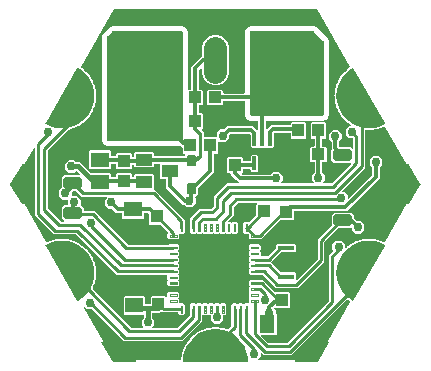
<source format=gbr>
G04 EAGLE Gerber RS-274X export*
G75*
%MOMM*%
%FSLAX34Y34*%
%LPD*%
%INBottom Copper*%
%IPPOS*%
%AMOC8*
5,1,8,0,0,1.08239X$1,22.5*%
G01*
%ADD10R,1.300000X1.500000*%
%ADD11C,0.124994*%
%ADD12R,5.699988X5.699988*%
%ADD13R,1.399997X0.400000*%
%ADD14R,1.500000X1.300000*%
%ADD15R,1.100000X1.000000*%
%ADD16R,1.000000X1.100000*%
%ADD17C,0.499997*%
%ADD18R,1.400000X1.000000*%
%ADD19R,0.355600X1.168400*%
%ADD20C,1.000000*%
%ADD21C,1.981200*%
%ADD22C,0.200000*%
%ADD23C,0.756400*%
%ADD24C,0.254000*%
%ADD25C,0.406400*%
%ADD26C,0.355600*%
%ADD27C,0.304800*%

G36*
X279138Y196216D02*
X279138Y196216D01*
X279166Y196214D01*
X279234Y196236D01*
X279305Y196250D01*
X279328Y196266D01*
X279355Y196275D01*
X279410Y196322D01*
X279469Y196363D01*
X279484Y196387D01*
X279506Y196405D01*
X279537Y196470D01*
X279576Y196530D01*
X279581Y196558D01*
X279593Y196584D01*
X279602Y196685D01*
X279609Y196727D01*
X279607Y196737D01*
X279608Y196750D01*
X279490Y198227D01*
X317323Y198227D01*
X317408Y198244D01*
X317493Y198256D01*
X317505Y198264D01*
X317519Y198266D01*
X317591Y198315D01*
X317665Y198360D01*
X317673Y198371D01*
X317685Y198379D01*
X317732Y198451D01*
X317783Y198522D01*
X317787Y198536D01*
X317794Y198547D01*
X317804Y198602D01*
X317828Y198696D01*
X317930Y200055D01*
X317921Y200125D01*
X317921Y200195D01*
X317909Y200226D01*
X317905Y200254D01*
X317880Y200298D01*
X317854Y200362D01*
X317851Y200367D01*
X317995Y201000D01*
X317996Y201034D01*
X318007Y201075D01*
X318055Y201722D01*
X318059Y201725D01*
X318103Y201781D01*
X318152Y201831D01*
X318165Y201861D01*
X318182Y201884D01*
X318196Y201933D01*
X318223Y201997D01*
X318750Y204307D01*
X318752Y204377D01*
X318762Y204447D01*
X318755Y204479D01*
X318755Y204507D01*
X318736Y204555D01*
X318721Y204622D01*
X318718Y204627D01*
X318955Y205231D01*
X318962Y205266D01*
X318978Y205304D01*
X319122Y205937D01*
X319127Y205939D01*
X319178Y205988D01*
X319235Y206030D01*
X319252Y206058D01*
X319272Y206078D01*
X319293Y206125D01*
X319329Y206184D01*
X320195Y208389D01*
X320207Y208459D01*
X320227Y208526D01*
X320225Y208559D01*
X320230Y208586D01*
X320218Y208637D01*
X320212Y208706D01*
X320211Y208711D01*
X320535Y209273D01*
X320547Y209306D01*
X320568Y209341D01*
X320805Y209945D01*
X320811Y209947D01*
X320868Y209988D01*
X320931Y210021D01*
X320952Y210046D01*
X320975Y210062D01*
X321002Y210106D01*
X321047Y210159D01*
X322232Y212210D01*
X322241Y212238D01*
X322244Y212243D01*
X322246Y212253D01*
X322254Y212277D01*
X322284Y212341D01*
X322287Y212374D01*
X322295Y212400D01*
X322292Y212452D01*
X322296Y212521D01*
X322296Y212526D01*
X322700Y213034D01*
X322716Y213065D01*
X322743Y213096D01*
X323067Y213658D01*
X323073Y213660D01*
X323136Y213691D01*
X323202Y213715D01*
X323227Y213736D01*
X323252Y213749D01*
X323286Y213788D01*
X323338Y213833D01*
X324815Y215686D01*
X324847Y215748D01*
X324887Y215807D01*
X324894Y215839D01*
X324907Y215864D01*
X324911Y215915D01*
X324925Y215983D01*
X324926Y215988D01*
X325401Y216430D01*
X325422Y216458D01*
X325453Y216485D01*
X325857Y216993D01*
X325863Y216993D01*
X325930Y217015D01*
X325999Y217028D01*
X326027Y217046D01*
X326054Y217055D01*
X326093Y217088D01*
X326151Y217126D01*
X327888Y218737D01*
X327929Y218794D01*
X327977Y218846D01*
X327989Y218877D01*
X328005Y218900D01*
X328017Y218950D01*
X328041Y219015D01*
X328042Y219020D01*
X328578Y219385D01*
X328603Y219410D01*
X328638Y219433D01*
X329113Y219874D01*
X329119Y219874D01*
X329188Y219885D01*
X329259Y219888D01*
X329289Y219902D01*
X329317Y219906D01*
X329360Y219933D01*
X329424Y219962D01*
X331381Y221296D01*
X331430Y221347D01*
X331485Y221391D01*
X331501Y221420D01*
X331521Y221440D01*
X331540Y221488D01*
X331574Y221548D01*
X331576Y221553D01*
X332161Y221835D01*
X332188Y221856D01*
X332226Y221873D01*
X332762Y222238D01*
X332768Y222237D01*
X332838Y222238D01*
X332909Y222230D01*
X332940Y222239D01*
X332968Y222239D01*
X333015Y222260D01*
X333082Y222278D01*
X335217Y223306D01*
X335273Y223349D01*
X335334Y223385D01*
X335354Y223410D01*
X335376Y223427D01*
X335402Y223472D01*
X335445Y223526D01*
X335448Y223531D01*
X336068Y223722D01*
X336098Y223739D01*
X336138Y223750D01*
X336723Y224032D01*
X336728Y224030D01*
X336798Y224020D01*
X336866Y224002D01*
X336899Y224006D01*
X336927Y224002D01*
X336977Y224016D01*
X337045Y224024D01*
X339309Y224722D01*
X339371Y224756D01*
X339437Y224782D01*
X339460Y224805D01*
X339485Y224818D01*
X339517Y224858D01*
X339568Y224906D01*
X339571Y224910D01*
X340212Y225007D01*
X340245Y225019D01*
X340286Y225024D01*
X340907Y225215D01*
X340911Y225212D01*
X340979Y225192D01*
X341044Y225165D01*
X341077Y225164D01*
X341104Y225156D01*
X341155Y225161D01*
X341224Y225159D01*
X343567Y225512D01*
X343633Y225537D01*
X343702Y225553D01*
X343729Y225571D01*
X343755Y225581D01*
X343793Y225616D01*
X343850Y225655D01*
X343854Y225659D01*
X344503Y225659D01*
X344537Y225666D01*
X344578Y225665D01*
X345220Y225762D01*
X345224Y225758D01*
X345288Y225729D01*
X345348Y225691D01*
X345380Y225685D01*
X345406Y225674D01*
X345457Y225672D01*
X345525Y225659D01*
X347895Y225659D01*
X347964Y225673D01*
X348034Y225679D01*
X348064Y225693D01*
X348091Y225699D01*
X348134Y225728D01*
X348196Y225758D01*
X348200Y225762D01*
X348842Y225665D01*
X348877Y225667D01*
X348917Y225659D01*
X349566Y225659D01*
X349570Y225655D01*
X349629Y225616D01*
X349683Y225570D01*
X349714Y225560D01*
X349737Y225544D01*
X349788Y225535D01*
X349853Y225512D01*
X352196Y225159D01*
X352267Y225163D01*
X352337Y225158D01*
X352368Y225168D01*
X352396Y225169D01*
X352443Y225192D01*
X352509Y225212D01*
X352513Y225215D01*
X353134Y225024D01*
X353168Y225020D01*
X353208Y225007D01*
X353849Y224910D01*
X353852Y224906D01*
X353905Y224858D01*
X353951Y224805D01*
X353980Y224790D01*
X354001Y224771D01*
X354050Y224754D01*
X354111Y224722D01*
X356375Y224024D01*
X356445Y224017D01*
X356514Y224002D01*
X356546Y224007D01*
X356574Y224004D01*
X356624Y224019D01*
X356692Y224030D01*
X356697Y224032D01*
X356739Y224012D01*
X356759Y224006D01*
X356777Y223995D01*
X356856Y223982D01*
X356933Y223962D01*
X356954Y223965D01*
X356974Y223962D01*
X357052Y223980D01*
X357131Y223992D01*
X357149Y224002D01*
X357170Y224007D01*
X357257Y224068D01*
X357303Y224096D01*
X357308Y224104D01*
X357318Y224110D01*
X359997Y226789D01*
X360001Y226796D01*
X360007Y226800D01*
X360056Y226879D01*
X360108Y226956D01*
X360109Y226964D01*
X360113Y226970D01*
X360145Y227148D01*
X360145Y242367D01*
X360165Y242478D01*
X360165Y244855D01*
X361425Y246115D01*
X364455Y246115D01*
X365081Y245489D01*
X365086Y245486D01*
X365089Y245482D01*
X365169Y245430D01*
X365248Y245378D01*
X365253Y245377D01*
X365258Y245374D01*
X365352Y245358D01*
X365445Y245340D01*
X365450Y245341D01*
X365456Y245340D01*
X365548Y245362D01*
X365641Y245382D01*
X365646Y245385D01*
X365651Y245386D01*
X365799Y245489D01*
X366425Y246115D01*
X369455Y246115D01*
X370081Y245489D01*
X370086Y245486D01*
X370089Y245482D01*
X370169Y245430D01*
X370248Y245378D01*
X370253Y245377D01*
X370258Y245374D01*
X370352Y245358D01*
X370445Y245340D01*
X370450Y245341D01*
X370456Y245340D01*
X370548Y245362D01*
X370641Y245382D01*
X370646Y245385D01*
X370651Y245386D01*
X370799Y245489D01*
X371425Y246115D01*
X374408Y246115D01*
X374413Y246116D01*
X374418Y246115D01*
X374511Y246136D01*
X374605Y246154D01*
X374609Y246157D01*
X374614Y246158D01*
X374692Y246214D01*
X374770Y246267D01*
X374773Y246271D01*
X374778Y246274D01*
X374828Y246356D01*
X374880Y246435D01*
X374881Y246440D01*
X374883Y246445D01*
X374915Y246622D01*
X374915Y249605D01*
X375541Y250231D01*
X375544Y250236D01*
X375548Y250239D01*
X375600Y250319D01*
X375652Y250398D01*
X375653Y250403D01*
X375656Y250408D01*
X375672Y250502D01*
X375690Y250595D01*
X375689Y250600D01*
X375690Y250606D01*
X375668Y250698D01*
X375648Y250791D01*
X375645Y250796D01*
X375644Y250801D01*
X375541Y250949D01*
X374915Y251575D01*
X374915Y254605D01*
X375541Y255231D01*
X375544Y255236D01*
X375548Y255239D01*
X375600Y255319D01*
X375652Y255398D01*
X375653Y255403D01*
X375656Y255408D01*
X375672Y255502D01*
X375690Y255595D01*
X375689Y255600D01*
X375690Y255606D01*
X375668Y255698D01*
X375648Y255791D01*
X375645Y255796D01*
X375644Y255801D01*
X375541Y255949D01*
X374915Y256575D01*
X374915Y259605D01*
X375541Y260231D01*
X375544Y260236D01*
X375548Y260239D01*
X375600Y260319D01*
X375652Y260398D01*
X375653Y260403D01*
X375656Y260408D01*
X375672Y260502D01*
X375690Y260595D01*
X375689Y260600D01*
X375690Y260606D01*
X375668Y260698D01*
X375648Y260791D01*
X375645Y260796D01*
X375644Y260801D01*
X375541Y260949D01*
X374915Y261575D01*
X374915Y264605D01*
X376175Y265865D01*
X378552Y265865D01*
X378560Y265866D01*
X378568Y265865D01*
X378653Y265885D01*
X387038Y265885D01*
X397329Y255593D01*
X397336Y255589D01*
X397340Y255583D01*
X397419Y255534D01*
X397496Y255482D01*
X397504Y255481D01*
X397510Y255477D01*
X397688Y255445D01*
X409112Y255445D01*
X410005Y254552D01*
X410005Y243288D01*
X409112Y242395D01*
X397136Y242395D01*
X397128Y242394D01*
X397121Y242395D01*
X397031Y242374D01*
X396940Y242356D01*
X396933Y242351D01*
X396925Y242349D01*
X396777Y242247D01*
X396541Y242010D01*
X396538Y242006D01*
X396534Y242003D01*
X396483Y241923D01*
X396430Y241843D01*
X396429Y241838D01*
X396426Y241834D01*
X396411Y241740D01*
X396393Y241647D01*
X396394Y241641D01*
X396393Y241636D01*
X396415Y241544D01*
X396434Y241451D01*
X396437Y241446D01*
X396438Y241441D01*
X396541Y241293D01*
X397737Y240098D01*
X397737Y237780D01*
X397738Y237772D01*
X397737Y237764D01*
X397758Y237674D01*
X397776Y237583D01*
X397781Y237577D01*
X397783Y237569D01*
X397885Y237421D01*
X398575Y236732D01*
X398575Y220468D01*
X397682Y219575D01*
X385848Y219575D01*
X385845Y219575D01*
X385843Y219575D01*
X385748Y219555D01*
X385651Y219536D01*
X385649Y219534D01*
X385647Y219534D01*
X385566Y219478D01*
X385486Y219423D01*
X385484Y219421D01*
X385482Y219419D01*
X385429Y219336D01*
X385376Y219255D01*
X385376Y219252D01*
X385374Y219250D01*
X385358Y219154D01*
X385341Y219058D01*
X385341Y219055D01*
X385341Y219053D01*
X385363Y218959D01*
X385384Y218862D01*
X385386Y218860D01*
X385386Y218857D01*
X385489Y218709D01*
X391522Y212677D01*
X391528Y212672D01*
X391533Y212666D01*
X391612Y212617D01*
X391689Y212566D01*
X391696Y212564D01*
X391703Y212560D01*
X391880Y212528D01*
X407317Y212528D01*
X407325Y212530D01*
X407333Y212528D01*
X407422Y212549D01*
X407514Y212568D01*
X407520Y212572D01*
X407528Y212574D01*
X407676Y212677D01*
X442827Y247828D01*
X442831Y247834D01*
X442837Y247839D01*
X442886Y247918D01*
X442938Y247995D01*
X442939Y248002D01*
X442943Y248009D01*
X442975Y248186D01*
X442975Y286908D01*
X446294Y290226D01*
X446297Y290231D01*
X446301Y290234D01*
X446352Y290314D01*
X446405Y290393D01*
X446406Y290398D01*
X446409Y290403D01*
X446425Y290497D01*
X446443Y290590D01*
X446441Y290595D01*
X446442Y290601D01*
X446421Y290693D01*
X446401Y290786D01*
X446398Y290791D01*
X446397Y290796D01*
X446294Y290944D01*
X445707Y291531D01*
X445707Y295927D01*
X448816Y299036D01*
X453212Y299036D01*
X456320Y295927D01*
X456320Y293559D01*
X456339Y293466D01*
X456355Y293375D01*
X456359Y293369D01*
X456360Y293362D01*
X456413Y293284D01*
X456463Y293206D01*
X456469Y293202D01*
X456473Y293196D01*
X456551Y293145D01*
X456628Y293092D01*
X456635Y293091D01*
X456641Y293087D01*
X456732Y293071D01*
X456824Y293051D01*
X456831Y293053D01*
X456838Y293051D01*
X456929Y293072D01*
X457021Y293090D01*
X457027Y293094D01*
X457034Y293095D01*
X457072Y293123D01*
X457173Y293187D01*
X457771Y293743D01*
X457813Y293800D01*
X457860Y293852D01*
X457872Y293883D01*
X457888Y293905D01*
X457900Y293956D01*
X457925Y294020D01*
X457926Y294026D01*
X458462Y294391D01*
X458486Y294416D01*
X458521Y294439D01*
X458997Y294880D01*
X459002Y294880D01*
X459072Y294891D01*
X459142Y294894D01*
X459172Y294908D01*
X459200Y294912D01*
X459244Y294940D01*
X459307Y294968D01*
X461266Y296304D01*
X461315Y296355D01*
X461370Y296399D01*
X461386Y296428D01*
X461406Y296448D01*
X461425Y296496D01*
X461459Y296556D01*
X461460Y296561D01*
X462045Y296843D01*
X462073Y296864D01*
X462111Y296881D01*
X462647Y297247D01*
X462652Y297246D01*
X462723Y297246D01*
X462793Y297239D01*
X462824Y297248D01*
X462852Y297248D01*
X462900Y297269D01*
X462966Y297287D01*
X465103Y298317D01*
X465159Y298359D01*
X465220Y298395D01*
X465240Y298421D01*
X465262Y298438D01*
X465288Y298482D01*
X465331Y298537D01*
X465333Y298542D01*
X465954Y298733D01*
X465984Y298750D01*
X466024Y298761D01*
X466609Y299042D01*
X466614Y299041D01*
X466684Y299031D01*
X466752Y299013D01*
X466785Y299017D01*
X466812Y299013D01*
X466862Y299026D01*
X466931Y299035D01*
X469197Y299734D01*
X469259Y299768D01*
X469324Y299794D01*
X469348Y299817D01*
X469373Y299830D01*
X469405Y299871D01*
X469455Y299918D01*
X469458Y299923D01*
X470100Y300019D01*
X470133Y300031D01*
X470174Y300036D01*
X470794Y300228D01*
X470799Y300225D01*
X470821Y300219D01*
X470825Y300216D01*
X470838Y300214D01*
X470867Y300205D01*
X470931Y300177D01*
X470964Y300176D01*
X470991Y300168D01*
X471042Y300174D01*
X471112Y300172D01*
X473456Y300526D01*
X473523Y300551D01*
X473591Y300567D01*
X473618Y300585D01*
X473645Y300595D01*
X473683Y300630D01*
X473739Y300669D01*
X473743Y300673D01*
X474392Y300673D01*
X474426Y300680D01*
X474468Y300679D01*
X475109Y300776D01*
X475114Y300773D01*
X475178Y300743D01*
X475238Y300706D01*
X475270Y300700D01*
X475295Y300688D01*
X475347Y300686D01*
X475415Y300674D01*
X477786Y300675D01*
X477856Y300689D01*
X477926Y300694D01*
X477955Y300709D01*
X477983Y300714D01*
X478026Y300743D01*
X478088Y300774D01*
X478092Y300777D01*
X478734Y300681D01*
X478768Y300682D01*
X478809Y300675D01*
X479458Y300675D01*
X479462Y300671D01*
X479521Y300632D01*
X479575Y300586D01*
X479606Y300576D01*
X479629Y300560D01*
X479680Y300551D01*
X479745Y300528D01*
X482090Y300176D01*
X482161Y300179D01*
X482231Y300174D01*
X482262Y300184D01*
X482290Y300186D01*
X482337Y300208D01*
X482382Y300222D01*
X482388Y300224D01*
X482391Y300225D01*
X482403Y300229D01*
X482408Y300232D01*
X483028Y300040D01*
X483062Y300037D01*
X483102Y300024D01*
X483743Y299927D01*
X483747Y299923D01*
X483799Y299875D01*
X483845Y299822D01*
X483874Y299807D01*
X483895Y299788D01*
X483944Y299771D01*
X484005Y299739D01*
X486272Y299041D01*
X486342Y299034D01*
X486411Y299019D01*
X486443Y299024D01*
X486471Y299021D01*
X486520Y299036D01*
X486589Y299047D01*
X486594Y299049D01*
X487179Y298767D01*
X487212Y298759D01*
X487249Y298740D01*
X487869Y298549D01*
X487872Y298544D01*
X487916Y298489D01*
X487954Y298430D01*
X487981Y298410D01*
X487999Y298389D01*
X488044Y298365D01*
X488100Y298324D01*
X489338Y297728D01*
X489422Y297707D01*
X489505Y297681D01*
X489519Y297682D01*
X489532Y297679D01*
X489618Y297692D01*
X489704Y297700D01*
X489717Y297706D01*
X489731Y297708D01*
X489804Y297753D01*
X489881Y297794D01*
X489891Y297806D01*
X489902Y297813D01*
X489935Y297857D01*
X489997Y297932D01*
X508889Y330653D01*
X510126Y329799D01*
X510153Y329788D01*
X510175Y329769D01*
X510244Y329749D01*
X510309Y329721D01*
X510338Y329721D01*
X510366Y329713D01*
X510437Y329721D01*
X510508Y329721D01*
X510535Y329732D01*
X510564Y329735D01*
X510626Y329770D01*
X510691Y329798D01*
X510712Y329818D01*
X510737Y329833D01*
X510800Y329910D01*
X510830Y329940D01*
X510834Y329950D01*
X510843Y329961D01*
X520343Y346461D01*
X520353Y346493D01*
X520362Y346506D01*
X520366Y346530D01*
X520367Y346534D01*
X520398Y346604D01*
X520398Y346628D01*
X520406Y346650D01*
X520400Y346726D01*
X520401Y346803D01*
X520391Y346827D01*
X520390Y346848D01*
X520369Y346887D01*
X520343Y346959D01*
X510843Y363459D01*
X510824Y363481D01*
X510811Y363507D01*
X510758Y363555D01*
X510711Y363608D01*
X510685Y363621D01*
X510664Y363640D01*
X510596Y363663D01*
X510532Y363694D01*
X510503Y363696D01*
X510476Y363705D01*
X510404Y363700D01*
X510333Y363703D01*
X510306Y363693D01*
X510277Y363691D01*
X510187Y363649D01*
X510147Y363634D01*
X510139Y363627D01*
X510126Y363621D01*
X508889Y362767D01*
X489997Y395488D01*
X489940Y395553D01*
X489886Y395621D01*
X489874Y395628D01*
X489865Y395639D01*
X489787Y395676D01*
X489711Y395718D01*
X489697Y395720D01*
X489684Y395726D01*
X489598Y395730D01*
X489512Y395740D01*
X489497Y395736D01*
X489484Y395736D01*
X489432Y395718D01*
X489338Y395692D01*
X488100Y395096D01*
X488044Y395053D01*
X487983Y395018D01*
X487963Y394992D01*
X487940Y394975D01*
X487915Y394931D01*
X487872Y394876D01*
X487869Y394871D01*
X487249Y394680D01*
X487219Y394664D01*
X487179Y394653D01*
X486594Y394371D01*
X486589Y394373D01*
X486519Y394383D01*
X486450Y394401D01*
X486418Y394397D01*
X486390Y394401D01*
X486340Y394387D01*
X486272Y394379D01*
X484005Y393681D01*
X483943Y393647D01*
X483878Y393621D01*
X483854Y393598D01*
X483829Y393585D01*
X483797Y393545D01*
X483747Y393497D01*
X483743Y393493D01*
X483102Y393396D01*
X483069Y393385D01*
X483028Y393380D01*
X482408Y393188D01*
X482403Y393191D01*
X482335Y393211D01*
X482270Y393239D01*
X482238Y393240D01*
X482211Y393248D01*
X482159Y393242D01*
X482090Y393244D01*
X479745Y392892D01*
X479679Y392868D01*
X479610Y392851D01*
X479583Y392833D01*
X479557Y392823D01*
X479519Y392788D01*
X479462Y392749D01*
X479458Y392745D01*
X478809Y392745D01*
X478775Y392738D01*
X478734Y392739D01*
X478092Y392643D01*
X478088Y392646D01*
X478024Y392676D01*
X477964Y392713D01*
X477931Y392719D01*
X477906Y392731D01*
X477854Y392733D01*
X477786Y392745D01*
X475415Y392746D01*
X475346Y392732D01*
X475275Y392727D01*
X475246Y392712D01*
X475219Y392707D01*
X475176Y392678D01*
X475114Y392647D01*
X475109Y392644D01*
X474468Y392741D01*
X474433Y392739D01*
X474392Y392747D01*
X473912Y392747D01*
X473907Y392746D01*
X473902Y392747D01*
X473809Y392726D01*
X473716Y392707D01*
X473711Y392704D01*
X473706Y392703D01*
X473628Y392648D01*
X473550Y392595D01*
X473547Y392590D01*
X473543Y392587D01*
X473492Y392506D01*
X473440Y392427D01*
X473440Y392421D01*
X473437Y392417D01*
X473405Y392239D01*
X473405Y360867D01*
X471619Y359082D01*
X454048Y341511D01*
X454047Y341508D01*
X454044Y341507D01*
X453992Y341426D01*
X453937Y341344D01*
X453937Y341341D01*
X453935Y341339D01*
X453918Y341243D01*
X453899Y341147D01*
X453900Y341144D01*
X453900Y341142D01*
X453921Y341045D01*
X453941Y340951D01*
X453943Y340949D01*
X453943Y340946D01*
X454000Y340866D01*
X454055Y340786D01*
X454058Y340785D01*
X454059Y340783D01*
X454142Y340731D01*
X454225Y340679D01*
X454227Y340678D01*
X454229Y340677D01*
X454407Y340645D01*
X455588Y340645D01*
X458697Y337536D01*
X458697Y335052D01*
X458697Y335050D01*
X458697Y335047D01*
X458717Y334952D01*
X458736Y334856D01*
X458738Y334853D01*
X458738Y334851D01*
X458794Y334770D01*
X458849Y334690D01*
X458851Y334688D01*
X458853Y334686D01*
X458936Y334633D01*
X459017Y334581D01*
X459020Y334580D01*
X459022Y334579D01*
X459118Y334562D01*
X459214Y334545D01*
X459217Y334546D01*
X459219Y334545D01*
X459313Y334567D01*
X459410Y334589D01*
X459412Y334590D01*
X459415Y334591D01*
X459563Y334693D01*
X479149Y354279D01*
X479153Y354286D01*
X479159Y354291D01*
X479208Y354369D01*
X479260Y354446D01*
X479261Y354454D01*
X479265Y354461D01*
X479297Y354638D01*
X479297Y361348D01*
X479296Y361356D01*
X479297Y361363D01*
X479276Y361453D01*
X479258Y361544D01*
X479253Y361551D01*
X479251Y361558D01*
X479149Y361706D01*
X477293Y363562D01*
X477293Y367958D01*
X480402Y371067D01*
X484798Y371067D01*
X487907Y367958D01*
X487907Y363562D01*
X486051Y361706D01*
X486047Y361700D01*
X486041Y361695D01*
X485992Y361617D01*
X485940Y361540D01*
X485939Y361532D01*
X485935Y361525D01*
X485903Y361348D01*
X485903Y351692D01*
X458178Y323967D01*
X413432Y323967D01*
X413427Y323966D01*
X413422Y323967D01*
X413329Y323946D01*
X413235Y323928D01*
X413231Y323925D01*
X413226Y323924D01*
X413148Y323868D01*
X413070Y323815D01*
X413067Y323811D01*
X413063Y323808D01*
X413012Y323726D01*
X412960Y323647D01*
X412960Y323642D01*
X412957Y323637D01*
X412925Y323460D01*
X412925Y317328D01*
X412032Y316435D01*
X401575Y316435D01*
X401568Y316434D01*
X401560Y316435D01*
X401470Y316414D01*
X401379Y316396D01*
X401372Y316391D01*
X401365Y316389D01*
X401217Y316287D01*
X385225Y300295D01*
X378663Y300295D01*
X378552Y300315D01*
X376175Y300315D01*
X374915Y301575D01*
X374915Y303952D01*
X374914Y303960D01*
X374915Y303968D01*
X374894Y304058D01*
X374876Y304149D01*
X374871Y304155D01*
X374870Y304163D01*
X374767Y304311D01*
X374161Y304917D01*
X374154Y304921D01*
X374150Y304928D01*
X374071Y304976D01*
X373994Y305028D01*
X373986Y305029D01*
X373980Y305033D01*
X373802Y305065D01*
X371425Y305065D01*
X370165Y306325D01*
X370165Y308702D01*
X370164Y308710D01*
X370165Y308718D01*
X370145Y308803D01*
X370145Y311367D01*
X370165Y311478D01*
X370165Y313856D01*
X371425Y315115D01*
X374455Y315115D01*
X374640Y314930D01*
X374645Y314927D01*
X374648Y314923D01*
X374728Y314872D01*
X374807Y314819D01*
X374812Y314818D01*
X374817Y314815D01*
X374910Y314799D01*
X375004Y314781D01*
X375009Y314782D01*
X375014Y314782D01*
X375107Y314803D01*
X375200Y314823D01*
X375204Y314826D01*
X375210Y314827D01*
X375358Y314930D01*
X381057Y320629D01*
X381061Y320636D01*
X381067Y320640D01*
X381116Y320719D01*
X381168Y320796D01*
X381169Y320804D01*
X381173Y320810D01*
X381205Y320988D01*
X381205Y329482D01*
X382131Y330407D01*
X382133Y330410D01*
X382135Y330411D01*
X382187Y330491D01*
X382242Y330574D01*
X382243Y330577D01*
X382244Y330579D01*
X382261Y330675D01*
X382280Y330771D01*
X382279Y330774D01*
X382280Y330776D01*
X382258Y330873D01*
X382238Y330967D01*
X382237Y330969D01*
X382236Y330972D01*
X382179Y331052D01*
X382124Y331132D01*
X382121Y331133D01*
X382120Y331135D01*
X382037Y331187D01*
X381955Y331239D01*
X381952Y331240D01*
X381950Y331241D01*
X381772Y331273D01*
X365916Y331273D01*
X365908Y331272D01*
X365900Y331273D01*
X365810Y331252D01*
X365719Y331234D01*
X365713Y331229D01*
X365705Y331227D01*
X365557Y331125D01*
X362233Y327801D01*
X362229Y327794D01*
X362223Y327790D01*
X362174Y327711D01*
X362122Y327634D01*
X362121Y327626D01*
X362117Y327620D01*
X362085Y327442D01*
X362085Y320362D01*
X357703Y315981D01*
X357702Y315979D01*
X357699Y315977D01*
X357647Y315896D01*
X357592Y315814D01*
X357592Y315811D01*
X357590Y315809D01*
X357573Y315713D01*
X357554Y315617D01*
X357555Y315614D01*
X357555Y315612D01*
X357576Y315515D01*
X357596Y315421D01*
X357598Y315419D01*
X357598Y315416D01*
X357655Y315336D01*
X357710Y315256D01*
X357713Y315255D01*
X357714Y315253D01*
X357797Y315201D01*
X357880Y315149D01*
X357882Y315148D01*
X357884Y315147D01*
X358062Y315115D01*
X359455Y315115D01*
X360081Y314489D01*
X360086Y314486D01*
X360089Y314482D01*
X360169Y314431D01*
X360248Y314378D01*
X360253Y314377D01*
X360258Y314374D01*
X360352Y314358D01*
X360445Y314340D01*
X360450Y314341D01*
X360455Y314341D01*
X360548Y314362D01*
X360641Y314382D01*
X360646Y314385D01*
X360651Y314386D01*
X360799Y314489D01*
X361425Y315115D01*
X364455Y315115D01*
X365715Y313856D01*
X365715Y306325D01*
X364455Y305065D01*
X361425Y305065D01*
X360799Y305691D01*
X360794Y305694D01*
X360791Y305698D01*
X360711Y305750D01*
X360632Y305802D01*
X360627Y305803D01*
X360622Y305806D01*
X360528Y305822D01*
X360435Y305840D01*
X360430Y305839D01*
X360424Y305840D01*
X360332Y305818D01*
X360239Y305798D01*
X360234Y305795D01*
X360229Y305794D01*
X360081Y305691D01*
X359455Y305065D01*
X356425Y305065D01*
X355799Y305691D01*
X355794Y305694D01*
X355791Y305698D01*
X355711Y305750D01*
X355632Y305802D01*
X355627Y305803D01*
X355622Y305806D01*
X355528Y305822D01*
X355435Y305840D01*
X355430Y305839D01*
X355424Y305840D01*
X355332Y305818D01*
X355239Y305798D01*
X355234Y305795D01*
X355229Y305794D01*
X355081Y305691D01*
X354455Y305065D01*
X351425Y305065D01*
X350799Y305691D01*
X350794Y305694D01*
X350791Y305698D01*
X350711Y305749D01*
X350632Y305802D01*
X350627Y305803D01*
X350622Y305806D01*
X350528Y305822D01*
X350435Y305840D01*
X350430Y305839D01*
X350425Y305840D01*
X350332Y305818D01*
X350239Y305798D01*
X350234Y305795D01*
X350229Y305794D01*
X350081Y305691D01*
X349455Y305065D01*
X346425Y305065D01*
X345799Y305691D01*
X345794Y305694D01*
X345791Y305698D01*
X345711Y305750D01*
X345632Y305802D01*
X345627Y305803D01*
X345622Y305806D01*
X345528Y305822D01*
X345435Y305840D01*
X345430Y305839D01*
X345424Y305840D01*
X345332Y305818D01*
X345239Y305798D01*
X345234Y305795D01*
X345229Y305794D01*
X345081Y305691D01*
X344455Y305065D01*
X341425Y305065D01*
X340799Y305691D01*
X340794Y305694D01*
X340791Y305698D01*
X340711Y305750D01*
X340632Y305802D01*
X340627Y305803D01*
X340622Y305806D01*
X340528Y305822D01*
X340435Y305840D01*
X340430Y305839D01*
X340424Y305840D01*
X340332Y305818D01*
X340239Y305798D01*
X340234Y305795D01*
X340229Y305794D01*
X340081Y305691D01*
X339455Y305065D01*
X336425Y305065D01*
X335799Y305691D01*
X335794Y305694D01*
X335791Y305698D01*
X335711Y305750D01*
X335632Y305802D01*
X335627Y305803D01*
X335622Y305806D01*
X335528Y305822D01*
X335435Y305840D01*
X335430Y305839D01*
X335424Y305840D01*
X335332Y305818D01*
X335239Y305798D01*
X335234Y305795D01*
X335229Y305794D01*
X335081Y305691D01*
X334455Y305065D01*
X331425Y305065D01*
X330799Y305691D01*
X330794Y305694D01*
X330791Y305698D01*
X330711Y305750D01*
X330632Y305802D01*
X330627Y305803D01*
X330622Y305806D01*
X330528Y305822D01*
X330435Y305840D01*
X330430Y305839D01*
X330424Y305840D01*
X330332Y305818D01*
X330239Y305798D01*
X330234Y305795D01*
X330229Y305794D01*
X330081Y305691D01*
X329455Y305065D01*
X326425Y305065D01*
X325165Y306325D01*
X325165Y308702D01*
X325164Y308710D01*
X325165Y308718D01*
X325145Y308803D01*
X325145Y317870D01*
X333058Y325783D01*
X342802Y325783D01*
X342810Y325784D01*
X342818Y325783D01*
X342908Y325804D01*
X342999Y325822D01*
X343005Y325827D01*
X343013Y325829D01*
X343161Y325931D01*
X345317Y328087D01*
X345321Y328094D01*
X345327Y328098D01*
X345376Y328177D01*
X345428Y328254D01*
X345429Y328262D01*
X345433Y328268D01*
X345465Y328446D01*
X345465Y336718D01*
X356250Y347503D01*
X366156Y347503D01*
X366158Y347503D01*
X366161Y347503D01*
X366256Y347523D01*
X366352Y347542D01*
X366355Y347544D01*
X366357Y347544D01*
X366438Y347600D01*
X366518Y347655D01*
X366520Y347657D01*
X366522Y347659D01*
X366575Y347742D01*
X366627Y347823D01*
X366628Y347826D01*
X366629Y347828D01*
X366646Y347924D01*
X366663Y348020D01*
X366662Y348023D01*
X366663Y348025D01*
X366641Y348120D01*
X366619Y348216D01*
X366618Y348218D01*
X366617Y348221D01*
X366515Y348369D01*
X364313Y350571D01*
X359917Y354966D01*
X359917Y355443D01*
X359916Y355448D01*
X359917Y355453D01*
X359896Y355546D01*
X359878Y355640D01*
X359875Y355644D01*
X359874Y355649D01*
X359818Y355727D01*
X359765Y355805D01*
X359761Y355808D01*
X359758Y355812D01*
X359676Y355863D01*
X359597Y355915D01*
X359592Y355915D01*
X359587Y355918D01*
X359410Y355950D01*
X357588Y355950D01*
X356695Y356843D01*
X356695Y369107D01*
X357588Y370000D01*
X368852Y370000D01*
X369745Y369107D01*
X369745Y366785D01*
X369746Y366780D01*
X369745Y366775D01*
X369766Y366682D01*
X369784Y366588D01*
X369787Y366584D01*
X369788Y366579D01*
X369844Y366501D01*
X369897Y366423D01*
X369901Y366420D01*
X369904Y366416D01*
X369986Y366365D01*
X370065Y366313D01*
X370070Y366313D01*
X370075Y366310D01*
X370252Y366278D01*
X375920Y366278D01*
X375925Y366279D01*
X375930Y366278D01*
X376023Y366299D01*
X376117Y366317D01*
X376121Y366320D01*
X376126Y366321D01*
X376204Y366377D01*
X376282Y366430D01*
X376285Y366434D01*
X376289Y366437D01*
X376340Y366519D01*
X376392Y366598D01*
X376392Y366603D01*
X376395Y366608D01*
X376427Y366785D01*
X376427Y370964D01*
X377320Y371857D01*
X382140Y371857D01*
X383033Y370964D01*
X383033Y358016D01*
X382140Y357123D01*
X377320Y357123D01*
X376427Y358016D01*
X376427Y359165D01*
X376426Y359170D01*
X376427Y359175D01*
X376406Y359268D01*
X376388Y359362D01*
X376385Y359366D01*
X376384Y359371D01*
X376328Y359449D01*
X376275Y359527D01*
X376271Y359530D01*
X376268Y359534D01*
X376186Y359585D01*
X376107Y359637D01*
X376102Y359637D01*
X376097Y359640D01*
X375920Y359672D01*
X370252Y359672D01*
X370247Y359671D01*
X370242Y359672D01*
X370149Y359651D01*
X370055Y359633D01*
X370051Y359630D01*
X370046Y359629D01*
X369968Y359573D01*
X369890Y359520D01*
X369887Y359516D01*
X369883Y359513D01*
X369832Y359431D01*
X369780Y359352D01*
X369780Y359347D01*
X369777Y359342D01*
X369745Y359165D01*
X369745Y356843D01*
X368922Y356020D01*
X368919Y356016D01*
X368914Y356013D01*
X368864Y355933D01*
X368811Y355853D01*
X368810Y355848D01*
X368807Y355844D01*
X368791Y355750D01*
X368773Y355657D01*
X368774Y355651D01*
X368773Y355646D01*
X368795Y355554D01*
X368815Y355460D01*
X368818Y355456D01*
X368819Y355451D01*
X368922Y355303D01*
X368984Y355241D01*
X368990Y355237D01*
X368995Y355231D01*
X369073Y355182D01*
X369151Y355130D01*
X369158Y355129D01*
X369165Y355125D01*
X369342Y355093D01*
X393832Y355093D01*
X393840Y355094D01*
X393847Y355093D01*
X393937Y355114D01*
X394028Y355132D01*
X394035Y355137D01*
X394042Y355139D01*
X394190Y355241D01*
X396046Y357097D01*
X400442Y357097D01*
X403551Y353988D01*
X403551Y349592D01*
X402327Y348369D01*
X402326Y348366D01*
X402324Y348365D01*
X402272Y348285D01*
X402217Y348202D01*
X402216Y348199D01*
X402215Y348197D01*
X402197Y348101D01*
X402179Y348005D01*
X402179Y348002D01*
X402179Y348000D01*
X402200Y347903D01*
X402221Y347809D01*
X402222Y347807D01*
X402223Y347804D01*
X402279Y347724D01*
X402335Y347644D01*
X402337Y347643D01*
X402339Y347641D01*
X402423Y347588D01*
X402504Y347537D01*
X402507Y347536D01*
X402509Y347535D01*
X402686Y347503D01*
X430040Y347503D01*
X430042Y347503D01*
X430045Y347503D01*
X430140Y347523D01*
X430236Y347542D01*
X430238Y347544D01*
X430241Y347544D01*
X430321Y347600D01*
X430402Y347655D01*
X430403Y347657D01*
X430405Y347659D01*
X430459Y347742D01*
X430511Y347823D01*
X430512Y347826D01*
X430513Y347828D01*
X430529Y347924D01*
X430547Y348020D01*
X430546Y348023D01*
X430547Y348025D01*
X430525Y348120D01*
X430503Y348216D01*
X430502Y348218D01*
X430501Y348221D01*
X430398Y348369D01*
X428639Y350128D01*
X428639Y354524D01*
X430494Y356380D01*
X430499Y356386D01*
X430505Y356391D01*
X430554Y356469D01*
X430605Y356547D01*
X430607Y356554D01*
X430611Y356561D01*
X430643Y356738D01*
X430643Y365078D01*
X430642Y365083D01*
X430643Y365088D01*
X430622Y365181D01*
X430603Y365275D01*
X430600Y365279D01*
X430599Y365284D01*
X430544Y365362D01*
X430491Y365440D01*
X430486Y365443D01*
X430483Y365447D01*
X430402Y365498D01*
X430323Y365550D01*
X430318Y365550D01*
X430313Y365553D01*
X430136Y365585D01*
X427818Y365585D01*
X426925Y366478D01*
X426925Y377742D01*
X427818Y378635D01*
X430140Y378635D01*
X430145Y378636D01*
X430150Y378635D01*
X430243Y378656D01*
X430337Y378674D01*
X430341Y378677D01*
X430346Y378678D01*
X430424Y378734D01*
X430502Y378787D01*
X430505Y378791D01*
X430509Y378794D01*
X430560Y378876D01*
X430612Y378955D01*
X430612Y378960D01*
X430615Y378965D01*
X430647Y379142D01*
X430647Y384898D01*
X430647Y384902D01*
X430647Y384905D01*
X430647Y384907D01*
X430647Y384908D01*
X430626Y385001D01*
X430608Y385095D01*
X430605Y385099D01*
X430604Y385104D01*
X430548Y385182D01*
X430495Y385260D01*
X430491Y385263D01*
X430488Y385267D01*
X430406Y385318D01*
X430327Y385370D01*
X430322Y385370D01*
X430317Y385373D01*
X430140Y385405D01*
X428318Y385405D01*
X427425Y386298D01*
X427425Y398562D01*
X428318Y399455D01*
X439582Y399455D01*
X440475Y398562D01*
X440475Y386298D01*
X439582Y385405D01*
X437760Y385405D01*
X437755Y385404D01*
X437750Y385405D01*
X437657Y385384D01*
X437563Y385366D01*
X437559Y385363D01*
X437554Y385362D01*
X437476Y385306D01*
X437398Y385253D01*
X437395Y385249D01*
X437391Y385246D01*
X437340Y385164D01*
X437288Y385085D01*
X437288Y385080D01*
X437285Y385075D01*
X437253Y384898D01*
X437253Y379142D01*
X437254Y379137D01*
X437253Y379132D01*
X437274Y379039D01*
X437292Y378945D01*
X437295Y378941D01*
X437296Y378936D01*
X437352Y378858D01*
X437405Y378780D01*
X437409Y378777D01*
X437412Y378773D01*
X437494Y378722D01*
X437573Y378670D01*
X437578Y378670D01*
X437583Y378667D01*
X437760Y378635D01*
X440082Y378635D01*
X440975Y377742D01*
X440975Y366478D01*
X440082Y365585D01*
X437756Y365585D01*
X437751Y365584D01*
X437745Y365585D01*
X437652Y365564D01*
X437559Y365546D01*
X437555Y365543D01*
X437550Y365542D01*
X437472Y365486D01*
X437393Y365433D01*
X437391Y365429D01*
X437386Y365426D01*
X437336Y365344D01*
X437284Y365265D01*
X437283Y365260D01*
X437280Y365255D01*
X437248Y365078D01*
X437248Y356738D01*
X437250Y356730D01*
X437249Y356723D01*
X437270Y356633D01*
X437288Y356542D01*
X437292Y356535D01*
X437294Y356528D01*
X437397Y356380D01*
X439252Y354524D01*
X439252Y350128D01*
X437493Y348369D01*
X437492Y348366D01*
X437490Y348365D01*
X437437Y348284D01*
X437382Y348202D01*
X437382Y348199D01*
X437380Y348197D01*
X437363Y348101D01*
X437345Y348005D01*
X437345Y348002D01*
X437345Y348000D01*
X437366Y347903D01*
X437386Y347809D01*
X437388Y347807D01*
X437388Y347804D01*
X437445Y347724D01*
X437501Y347644D01*
X437503Y347643D01*
X437504Y347641D01*
X437587Y347589D01*
X437670Y347537D01*
X437672Y347536D01*
X437675Y347535D01*
X437852Y347503D01*
X444940Y347503D01*
X444948Y347504D01*
X444956Y347503D01*
X445046Y347524D01*
X445137Y347542D01*
X445143Y347547D01*
X445151Y347549D01*
X445299Y347651D01*
X461732Y364084D01*
X461734Y364087D01*
X461736Y364088D01*
X461788Y364169D01*
X461843Y364251D01*
X461843Y364254D01*
X461845Y364256D01*
X461862Y364352D01*
X461881Y364448D01*
X461880Y364451D01*
X461881Y364453D01*
X461859Y364550D01*
X461839Y364644D01*
X461837Y364646D01*
X461837Y364649D01*
X461780Y364729D01*
X461725Y364809D01*
X461722Y364810D01*
X461721Y364813D01*
X461638Y364864D01*
X461555Y364916D01*
X461553Y364917D01*
X461551Y364918D01*
X461373Y364950D01*
X446858Y364950D01*
X444500Y367308D01*
X444500Y375642D01*
X444859Y376000D01*
X444863Y376007D01*
X444869Y376012D01*
X444918Y376090D01*
X444970Y376167D01*
X444971Y376175D01*
X444975Y376182D01*
X445007Y376359D01*
X445007Y382938D01*
X445006Y382946D01*
X445007Y382953D01*
X444986Y383043D01*
X444968Y383134D01*
X444963Y383141D01*
X444961Y383148D01*
X444859Y383296D01*
X443003Y385152D01*
X443003Y389548D01*
X446112Y392657D01*
X450508Y392657D01*
X453617Y389548D01*
X453617Y385152D01*
X451761Y383296D01*
X451757Y383290D01*
X451751Y383285D01*
X451702Y383207D01*
X451650Y383129D01*
X451649Y383122D01*
X451645Y383115D01*
X451613Y382938D01*
X451613Y378768D01*
X451614Y378760D01*
X451613Y378753D01*
X451634Y378663D01*
X451652Y378572D01*
X451657Y378565D01*
X451659Y378557D01*
X451761Y378409D01*
X452023Y378148D01*
X452029Y378144D01*
X452034Y378137D01*
X452112Y378089D01*
X452189Y378037D01*
X452197Y378036D01*
X452204Y378032D01*
X452381Y378000D01*
X461192Y378000D01*
X462445Y376747D01*
X462447Y376746D01*
X462448Y376743D01*
X462528Y376691D01*
X462612Y376636D01*
X462614Y376636D01*
X462616Y376634D01*
X462712Y376617D01*
X462808Y376599D01*
X462811Y376599D01*
X462814Y376599D01*
X462910Y376620D01*
X463005Y376640D01*
X463007Y376642D01*
X463009Y376642D01*
X463089Y376699D01*
X463169Y376754D01*
X463171Y376757D01*
X463173Y376758D01*
X463225Y376842D01*
X463277Y376924D01*
X463277Y376926D01*
X463279Y376928D01*
X463311Y377106D01*
X463311Y385175D01*
X463310Y385180D01*
X463310Y385185D01*
X463290Y385278D01*
X463271Y385371D01*
X463268Y385376D01*
X463267Y385381D01*
X463212Y385459D01*
X463158Y385537D01*
X463154Y385540D01*
X463151Y385544D01*
X463070Y385595D01*
X462990Y385646D01*
X462985Y385647D01*
X462981Y385650D01*
X462803Y385682D01*
X460097Y385682D01*
X456989Y388791D01*
X456989Y393187D01*
X460097Y396296D01*
X460824Y396296D01*
X460873Y396306D01*
X460923Y396305D01*
X460970Y396325D01*
X461021Y396335D01*
X461062Y396363D01*
X461108Y396383D01*
X461144Y396419D01*
X461186Y396448D01*
X461214Y396490D01*
X461249Y396526D01*
X461268Y396573D01*
X461296Y396616D01*
X461304Y396665D01*
X461323Y396712D01*
X461322Y396763D01*
X461331Y396813D01*
X461320Y396862D01*
X461319Y396912D01*
X461299Y396959D01*
X461288Y397009D01*
X461259Y397050D01*
X461238Y397096D01*
X461198Y397136D01*
X461172Y397172D01*
X461141Y397191D01*
X461110Y397222D01*
X459307Y398452D01*
X459242Y398480D01*
X459180Y398515D01*
X459148Y398519D01*
X459122Y398530D01*
X459071Y398530D01*
X459002Y398540D01*
X458997Y398540D01*
X458521Y398981D01*
X458492Y398999D01*
X458462Y399029D01*
X457926Y399394D01*
X457925Y399400D01*
X457898Y399465D01*
X457880Y399533D01*
X457860Y399559D01*
X457849Y399585D01*
X457813Y399622D01*
X457771Y399677D01*
X456034Y401291D01*
X455974Y401328D01*
X455918Y401371D01*
X455887Y401381D01*
X455863Y401395D01*
X455812Y401403D01*
X455745Y401423D01*
X455740Y401424D01*
X455336Y401931D01*
X455309Y401954D01*
X455284Y401987D01*
X454808Y402428D01*
X454808Y402434D01*
X454792Y402503D01*
X454784Y402573D01*
X454768Y402601D01*
X454761Y402629D01*
X454731Y402670D01*
X454698Y402731D01*
X453220Y404586D01*
X453166Y404631D01*
X453118Y404683D01*
X453088Y404697D01*
X453067Y404715D01*
X453018Y404730D01*
X452955Y404759D01*
X452950Y404761D01*
X452625Y405323D01*
X452602Y405349D01*
X452583Y405386D01*
X452178Y405893D01*
X452179Y405898D01*
X452173Y405969D01*
X452175Y406039D01*
X452164Y406070D01*
X452162Y406098D01*
X452138Y406144D01*
X452114Y406209D01*
X450929Y408263D01*
X450882Y408316D01*
X450842Y408374D01*
X450815Y408392D01*
X450797Y408413D01*
X450750Y408436D01*
X450693Y408474D01*
X450688Y408477D01*
X450451Y409081D01*
X450432Y409110D01*
X450418Y409149D01*
X450094Y409711D01*
X450095Y409716D01*
X450100Y409787D01*
X450112Y409856D01*
X450106Y409888D01*
X450108Y409916D01*
X450091Y409965D01*
X450077Y410033D01*
X449212Y412241D01*
X449174Y412300D01*
X449143Y412363D01*
X449118Y412386D01*
X449103Y412409D01*
X449061Y412438D01*
X449010Y412485D01*
X449005Y412488D01*
X448861Y413121D01*
X448846Y413152D01*
X448838Y413193D01*
X448601Y413797D01*
X448604Y413802D01*
X448619Y413871D01*
X448642Y413938D01*
X448640Y413971D01*
X448646Y413998D01*
X448637Y414049D01*
X448633Y414118D01*
X448106Y416430D01*
X448078Y416494D01*
X448056Y416562D01*
X448036Y416587D01*
X448024Y416613D01*
X447986Y416648D01*
X447943Y416702D01*
X447939Y416705D01*
X447890Y417352D01*
X447881Y417386D01*
X447879Y417427D01*
X447735Y418060D01*
X447738Y418065D01*
X447763Y418131D01*
X447796Y418193D01*
X447799Y418226D01*
X447809Y418252D01*
X447807Y418304D01*
X447814Y418372D01*
X447638Y420737D01*
X447619Y420805D01*
X447608Y420875D01*
X447591Y420903D01*
X447584Y420930D01*
X447552Y420970D01*
X447517Y421030D01*
X447513Y421034D01*
X447562Y421681D01*
X447557Y421716D01*
X447562Y421757D01*
X447513Y422404D01*
X447517Y422408D01*
X447552Y422470D01*
X447593Y422527D01*
X447602Y422559D01*
X447615Y422583D01*
X447621Y422635D01*
X447639Y422701D01*
X447816Y425066D01*
X447808Y425136D01*
X447807Y425207D01*
X447795Y425237D01*
X447792Y425265D01*
X447766Y425310D01*
X447740Y425374D01*
X447737Y425379D01*
X447882Y426011D01*
X447883Y426046D01*
X447893Y426086D01*
X447942Y426733D01*
X447946Y426737D01*
X447990Y426793D01*
X448039Y426843D01*
X448052Y426873D01*
X448069Y426895D01*
X448083Y426945D01*
X448110Y427008D01*
X448638Y429320D01*
X448640Y429391D01*
X448650Y429461D01*
X448643Y429492D01*
X448643Y429520D01*
X448625Y429569D01*
X448609Y429636D01*
X448607Y429641D01*
X448844Y430245D01*
X448850Y430279D01*
X448866Y430317D01*
X449011Y430950D01*
X449015Y430953D01*
X449067Y431001D01*
X449123Y431044D01*
X449140Y431071D01*
X449161Y431091D01*
X449182Y431138D01*
X449218Y431197D01*
X450085Y433404D01*
X450097Y433474D01*
X450118Y433541D01*
X450115Y433574D01*
X450120Y433601D01*
X450109Y433652D01*
X450103Y433721D01*
X450101Y433726D01*
X450426Y434288D01*
X450437Y434321D01*
X450459Y434356D01*
X450696Y434960D01*
X450701Y434962D01*
X450759Y435003D01*
X450821Y435036D01*
X450843Y435061D01*
X450866Y435077D01*
X450893Y435121D01*
X450938Y435173D01*
X452124Y437227D01*
X452147Y437294D01*
X452177Y437357D01*
X452179Y437390D01*
X452188Y437417D01*
X452184Y437468D01*
X452189Y437537D01*
X452188Y437543D01*
X452593Y438050D01*
X452609Y438081D01*
X452636Y438112D01*
X452960Y438674D01*
X452966Y438676D01*
X453010Y438698D01*
X453035Y438703D01*
X453055Y438716D01*
X453096Y438731D01*
X453120Y438752D01*
X453145Y438765D01*
X453173Y438796D01*
X453201Y438815D01*
X453212Y438832D01*
X453231Y438849D01*
X454710Y440703D01*
X454742Y440766D01*
X454782Y440824D01*
X454789Y440856D01*
X454802Y440881D01*
X454806Y440933D01*
X454821Y441000D01*
X454821Y441006D01*
X455297Y441447D01*
X455317Y441475D01*
X455348Y441502D01*
X455753Y442010D01*
X455758Y442010D01*
X455826Y442032D01*
X455895Y442045D01*
X455923Y442063D01*
X455949Y442072D01*
X455989Y442105D01*
X456047Y442142D01*
X457786Y443755D01*
X457827Y443812D01*
X457875Y443864D01*
X457886Y443895D01*
X457903Y443917D01*
X457914Y443968D01*
X457939Y444032D01*
X457940Y444038D01*
X458476Y444403D01*
X458501Y444428D01*
X458536Y444450D01*
X459011Y444892D01*
X459017Y444891D01*
X459087Y444903D01*
X459157Y444906D01*
X459187Y444919D01*
X459215Y444923D01*
X459259Y444951D01*
X459322Y444979D01*
X460442Y445742D01*
X460502Y445804D01*
X460566Y445863D01*
X460572Y445876D01*
X460582Y445886D01*
X460614Y445966D01*
X460650Y446045D01*
X460651Y446059D01*
X460656Y446072D01*
X460654Y446159D01*
X460657Y446245D01*
X460652Y446259D01*
X460651Y446272D01*
X460629Y446323D01*
X460596Y446415D01*
X432581Y494940D01*
X432532Y494995D01*
X432489Y495055D01*
X432466Y495070D01*
X432448Y495090D01*
X432382Y495122D01*
X432319Y495161D01*
X432290Y495166D01*
X432268Y495177D01*
X432214Y495180D01*
X432141Y495193D01*
X261279Y495193D01*
X261206Y495179D01*
X261132Y495172D01*
X261109Y495159D01*
X261082Y495154D01*
X261021Y495112D01*
X260956Y495077D01*
X260937Y495055D01*
X260916Y495041D01*
X260887Y494996D01*
X260839Y494940D01*
X232824Y446415D01*
X232797Y446333D01*
X232765Y446252D01*
X232765Y446238D01*
X232760Y446225D01*
X232767Y446138D01*
X232768Y446052D01*
X232774Y446039D01*
X232775Y446025D01*
X232814Y445948D01*
X232850Y445868D01*
X232860Y445858D01*
X232866Y445846D01*
X232909Y445811D01*
X232978Y445742D01*
X234098Y444979D01*
X234163Y444952D01*
X234225Y444917D01*
X234257Y444912D01*
X234283Y444901D01*
X234335Y444901D01*
X234403Y444891D01*
X234409Y444892D01*
X234884Y444450D01*
X234914Y444432D01*
X234944Y444403D01*
X235480Y444038D01*
X235481Y444032D01*
X235508Y443967D01*
X235526Y443899D01*
X235546Y443873D01*
X235556Y443847D01*
X235593Y443810D01*
X235634Y443755D01*
X237373Y442142D01*
X237433Y442106D01*
X237489Y442062D01*
X237520Y442052D01*
X237544Y442038D01*
X237595Y442030D01*
X237662Y442010D01*
X237667Y442010D01*
X238072Y441502D01*
X238098Y441480D01*
X238123Y441447D01*
X238599Y441006D01*
X238599Y441000D01*
X238616Y440932D01*
X238624Y440861D01*
X238640Y440833D01*
X238646Y440805D01*
X238677Y440764D01*
X238710Y440703D01*
X240189Y438849D01*
X240216Y438827D01*
X240234Y438801D01*
X240262Y438784D01*
X240291Y438753D01*
X240321Y438739D01*
X240342Y438721D01*
X240385Y438707D01*
X240404Y438695D01*
X240418Y438693D01*
X240454Y438676D01*
X240460Y438674D01*
X240784Y438112D01*
X240807Y438086D01*
X240827Y438050D01*
X241232Y437543D01*
X241231Y437537D01*
X241237Y437467D01*
X241235Y437396D01*
X241246Y437365D01*
X241248Y437337D01*
X241272Y437292D01*
X241296Y437227D01*
X242482Y435173D01*
X242529Y435120D01*
X242569Y435062D01*
X242596Y435044D01*
X242615Y435023D01*
X242661Y435001D01*
X242719Y434962D01*
X242724Y434960D01*
X242961Y434356D01*
X242980Y434327D01*
X242994Y434288D01*
X243319Y433726D01*
X243317Y433721D01*
X243313Y433650D01*
X243300Y433581D01*
X243306Y433549D01*
X243305Y433521D01*
X243322Y433472D01*
X243335Y433404D01*
X244202Y431197D01*
X244240Y431138D01*
X244271Y431074D01*
X244296Y431052D01*
X244311Y431028D01*
X244353Y430999D01*
X244405Y430953D01*
X244409Y430950D01*
X244554Y430317D01*
X244568Y430286D01*
X244576Y430245D01*
X244813Y429641D01*
X244811Y429636D01*
X244796Y429567D01*
X244773Y429500D01*
X244775Y429467D01*
X244769Y429440D01*
X244779Y429389D01*
X244782Y429320D01*
X245310Y427008D01*
X245339Y426944D01*
X245360Y426877D01*
X245381Y426851D01*
X245393Y426826D01*
X245430Y426791D01*
X245474Y426737D01*
X245478Y426733D01*
X245527Y426086D01*
X245536Y426053D01*
X245538Y426011D01*
X245683Y425379D01*
X245680Y425374D01*
X245655Y425308D01*
X245622Y425245D01*
X245619Y425213D01*
X245609Y425186D01*
X245611Y425135D01*
X245604Y425066D01*
X245781Y422701D01*
X245801Y422634D01*
X245811Y422564D01*
X245828Y422535D01*
X245836Y422508D01*
X245868Y422468D01*
X245903Y422408D01*
X245907Y422404D01*
X245858Y421757D01*
X245863Y421723D01*
X245858Y421681D01*
X245907Y421034D01*
X245903Y421030D01*
X245869Y420969D01*
X245827Y420912D01*
X245819Y420880D01*
X245805Y420855D01*
X245799Y420804D01*
X245782Y420737D01*
X245606Y418372D01*
X245614Y418302D01*
X245615Y418232D01*
X245627Y418201D01*
X245631Y418173D01*
X245656Y418129D01*
X245682Y418065D01*
X245685Y418060D01*
X245541Y417427D01*
X245540Y417393D01*
X245530Y417352D01*
X245481Y416705D01*
X245477Y416702D01*
X245434Y416646D01*
X245384Y416596D01*
X245371Y416566D01*
X245354Y416543D01*
X245341Y416493D01*
X245314Y416430D01*
X244787Y414118D01*
X244785Y414047D01*
X244775Y413977D01*
X244782Y413946D01*
X244782Y413918D01*
X244800Y413869D01*
X244816Y413802D01*
X244819Y413797D01*
X244582Y413193D01*
X244576Y413159D01*
X244559Y413121D01*
X244415Y412488D01*
X244410Y412485D01*
X244359Y412436D01*
X244303Y412394D01*
X244286Y412366D01*
X244265Y412347D01*
X244245Y412300D01*
X244208Y412241D01*
X243343Y410033D01*
X243330Y409963D01*
X243310Y409896D01*
X243313Y409863D01*
X243308Y409836D01*
X243319Y409785D01*
X243325Y409716D01*
X243326Y409711D01*
X243002Y409149D01*
X242991Y409116D01*
X242969Y409081D01*
X242732Y408477D01*
X242727Y408474D01*
X242669Y408434D01*
X242607Y408401D01*
X242586Y408376D01*
X242563Y408359D01*
X242536Y408316D01*
X242491Y408263D01*
X241306Y406209D01*
X241283Y406142D01*
X241253Y406078D01*
X241251Y406046D01*
X241242Y406019D01*
X241246Y405968D01*
X241241Y405898D01*
X241242Y405893D01*
X240837Y405386D01*
X240821Y405355D01*
X240795Y405323D01*
X240470Y404761D01*
X240465Y404759D01*
X240402Y404728D01*
X240335Y404704D01*
X240311Y404683D01*
X240286Y404670D01*
X240252Y404631D01*
X240200Y404586D01*
X238722Y402731D01*
X238690Y402668D01*
X238650Y402610D01*
X238643Y402578D01*
X238630Y402553D01*
X238627Y402501D01*
X238612Y402434D01*
X238612Y402428D01*
X238136Y401987D01*
X238116Y401959D01*
X238084Y401931D01*
X237680Y401424D01*
X237675Y401423D01*
X237607Y401401D01*
X237538Y401388D01*
X237510Y401370D01*
X237484Y401362D01*
X237445Y401328D01*
X237386Y401291D01*
X235649Y399677D01*
X235607Y399620D01*
X235560Y399568D01*
X235548Y399537D01*
X235532Y399515D01*
X235520Y399464D01*
X235495Y399400D01*
X235494Y399394D01*
X234958Y399029D01*
X234934Y399004D01*
X234899Y398981D01*
X234423Y398540D01*
X234418Y398540D01*
X234348Y398529D01*
X234278Y398526D01*
X234248Y398512D01*
X234220Y398508D01*
X234176Y398480D01*
X234113Y398452D01*
X232154Y397116D01*
X232105Y397065D01*
X232050Y397021D01*
X232034Y396992D01*
X232014Y396972D01*
X231995Y396924D01*
X231961Y396864D01*
X231960Y396859D01*
X231375Y396577D01*
X231347Y396556D01*
X231309Y396539D01*
X230773Y396173D01*
X230768Y396174D01*
X230697Y396174D01*
X230627Y396181D01*
X230596Y396172D01*
X230568Y396172D01*
X230520Y396151D01*
X230454Y396133D01*
X228317Y395103D01*
X228261Y395061D01*
X228200Y395025D01*
X228180Y394999D01*
X228158Y394982D01*
X228132Y394938D01*
X228089Y394883D01*
X228086Y394878D01*
X227466Y394687D01*
X227436Y394670D01*
X227396Y394659D01*
X226811Y394378D01*
X226806Y394379D01*
X226736Y394389D01*
X226668Y394407D01*
X226635Y394403D01*
X226608Y394407D01*
X226558Y394394D01*
X226489Y394385D01*
X224223Y393686D01*
X224161Y393652D01*
X224096Y393626D01*
X224072Y393603D01*
X224047Y393590D01*
X224015Y393549D01*
X223965Y393502D01*
X223962Y393497D01*
X223320Y393401D01*
X223287Y393389D01*
X223246Y393384D01*
X222484Y393148D01*
X222455Y393133D01*
X222423Y393125D01*
X222356Y393079D01*
X222308Y393052D01*
X222294Y393036D01*
X222275Y393022D01*
X204873Y375621D01*
X204869Y375614D01*
X204863Y375610D01*
X204814Y375531D01*
X204762Y375454D01*
X204761Y375446D01*
X204757Y375440D01*
X204725Y375262D01*
X204725Y326488D01*
X204726Y326480D01*
X204725Y326472D01*
X204746Y326382D01*
X204764Y326291D01*
X204769Y326285D01*
X204771Y326277D01*
X204873Y326129D01*
X215639Y315363D01*
X215646Y315359D01*
X215650Y315353D01*
X215729Y315304D01*
X215806Y315252D01*
X215814Y315251D01*
X215820Y315247D01*
X215998Y315215D01*
X218509Y315215D01*
X218511Y315215D01*
X218514Y315215D01*
X218609Y315235D01*
X218705Y315254D01*
X218708Y315256D01*
X218710Y315256D01*
X218791Y315312D01*
X218871Y315367D01*
X218873Y315369D01*
X218875Y315371D01*
X218928Y315454D01*
X218980Y315535D01*
X218981Y315538D01*
X218982Y315540D01*
X218999Y315636D01*
X219016Y315732D01*
X219015Y315735D01*
X219016Y315737D01*
X218994Y315831D01*
X218972Y315928D01*
X218971Y315930D01*
X218970Y315933D01*
X218868Y316081D01*
X216535Y318413D01*
X216535Y326747D01*
X218893Y329105D01*
X221516Y329105D01*
X221521Y329106D01*
X221526Y329105D01*
X221619Y329126D01*
X221713Y329144D01*
X221717Y329147D01*
X221722Y329148D01*
X221800Y329204D01*
X221878Y329257D01*
X221881Y329261D01*
X221885Y329264D01*
X221936Y329346D01*
X221988Y329425D01*
X221988Y329430D01*
X221991Y329435D01*
X222023Y329612D01*
X222023Y333276D01*
X222022Y333281D01*
X222023Y333286D01*
X222002Y333379D01*
X221984Y333473D01*
X221981Y333477D01*
X221980Y333482D01*
X221924Y333560D01*
X221871Y333638D01*
X221867Y333641D01*
X221864Y333645D01*
X221782Y333696D01*
X221703Y333748D01*
X221698Y333748D01*
X221693Y333751D01*
X221516Y333783D01*
X217512Y333783D01*
X214403Y336892D01*
X214403Y341288D01*
X216387Y343272D01*
X216391Y343278D01*
X216398Y343283D01*
X216446Y343361D01*
X216498Y343439D01*
X216499Y343446D01*
X216503Y343453D01*
X216535Y343630D01*
X216535Y352147D01*
X218893Y354505D01*
X231692Y354505D01*
X231694Y354505D01*
X231697Y354505D01*
X231792Y354525D01*
X231888Y354544D01*
X231890Y354546D01*
X231893Y354546D01*
X231974Y354602D01*
X232054Y354657D01*
X232056Y354659D01*
X232058Y354661D01*
X232111Y354744D01*
X232163Y354825D01*
X232164Y354828D01*
X232165Y354830D01*
X232182Y354926D01*
X232199Y355022D01*
X232198Y355025D01*
X232199Y355027D01*
X232177Y355119D01*
X232155Y355218D01*
X232154Y355220D01*
X232153Y355223D01*
X232050Y355371D01*
X229242Y358179D01*
X229237Y358182D01*
X229234Y358187D01*
X229154Y358238D01*
X229075Y358290D01*
X229070Y358291D01*
X229065Y358294D01*
X228971Y358310D01*
X228878Y358328D01*
X228873Y358327D01*
X228867Y358328D01*
X228775Y358306D01*
X228682Y358286D01*
X228677Y358283D01*
X228672Y358282D01*
X228524Y358179D01*
X226988Y356643D01*
X222592Y356643D01*
X219483Y359752D01*
X219483Y364148D01*
X222592Y367257D01*
X226988Y367257D01*
X228590Y365655D01*
X228596Y365651D01*
X228601Y365645D01*
X228679Y365596D01*
X228757Y365544D01*
X228764Y365543D01*
X228771Y365539D01*
X228948Y365507D01*
X231974Y365507D01*
X240668Y356813D01*
X240674Y356809D01*
X240679Y356803D01*
X240758Y356754D01*
X240835Y356702D01*
X240842Y356701D01*
X240849Y356697D01*
X241026Y356665D01*
X257052Y356665D01*
X257945Y355772D01*
X257945Y353450D01*
X257946Y353445D01*
X257945Y353440D01*
X257966Y353347D01*
X257984Y353253D01*
X257987Y353249D01*
X257988Y353244D01*
X258044Y353166D01*
X258097Y353088D01*
X258101Y353085D01*
X258104Y353081D01*
X258186Y353030D01*
X258265Y352978D01*
X258270Y352978D01*
X258275Y352975D01*
X258452Y352943D01*
X261708Y352943D01*
X261713Y352944D01*
X261718Y352943D01*
X261811Y352964D01*
X261905Y352982D01*
X261909Y352985D01*
X261914Y352986D01*
X261992Y353042D01*
X262070Y353095D01*
X262073Y353099D01*
X262077Y353102D01*
X262128Y353184D01*
X262180Y353263D01*
X262180Y353268D01*
X262183Y353273D01*
X262215Y353450D01*
X262215Y355272D01*
X263108Y356165D01*
X275372Y356165D01*
X276265Y355272D01*
X276265Y353450D01*
X276266Y353445D01*
X276265Y353440D01*
X276286Y353347D01*
X276304Y353253D01*
X276307Y353249D01*
X276308Y353244D01*
X276364Y353166D01*
X276417Y353088D01*
X276421Y353085D01*
X276424Y353081D01*
X276506Y353030D01*
X276585Y352978D01*
X276590Y352978D01*
X276595Y352975D01*
X276772Y352943D01*
X277148Y352943D01*
X277153Y352944D01*
X277158Y352943D01*
X277251Y352964D01*
X277345Y352982D01*
X277349Y352985D01*
X277354Y352986D01*
X277432Y353042D01*
X277510Y353095D01*
X277513Y353099D01*
X277517Y353102D01*
X277568Y353184D01*
X277620Y353263D01*
X277620Y353268D01*
X277623Y353273D01*
X277655Y353450D01*
X277655Y354272D01*
X278548Y355165D01*
X293812Y355165D01*
X294705Y354272D01*
X294705Y343008D01*
X294447Y342751D01*
X294445Y342748D01*
X294443Y342747D01*
X294391Y342666D01*
X294336Y342584D01*
X294335Y342581D01*
X294334Y342579D01*
X294317Y342483D01*
X294298Y342387D01*
X294299Y342384D01*
X294298Y342382D01*
X294320Y342285D01*
X294340Y342191D01*
X294341Y342189D01*
X294342Y342186D01*
X294399Y342106D01*
X294454Y342026D01*
X294457Y342025D01*
X294458Y342023D01*
X294541Y341971D01*
X294623Y341919D01*
X294626Y341918D01*
X294628Y341917D01*
X294806Y341885D01*
X295798Y341885D01*
X320735Y316948D01*
X320735Y308813D01*
X320715Y308702D01*
X320715Y306325D01*
X319455Y305065D01*
X316472Y305065D01*
X316467Y305064D01*
X316462Y305065D01*
X316369Y305044D01*
X316275Y305026D01*
X316271Y305023D01*
X316266Y305022D01*
X316188Y304966D01*
X316110Y304913D01*
X316107Y304909D01*
X316102Y304906D01*
X316052Y304824D01*
X316000Y304745D01*
X315999Y304740D01*
X315997Y304735D01*
X315965Y304558D01*
X315965Y301575D01*
X314705Y300315D01*
X312328Y300315D01*
X312320Y300314D01*
X312312Y300315D01*
X312227Y300295D01*
X309663Y300295D01*
X309552Y300315D01*
X307174Y300315D01*
X305915Y301575D01*
X305915Y304605D01*
X306605Y305295D01*
X306608Y305300D01*
X306612Y305303D01*
X306663Y305383D01*
X306716Y305462D01*
X306717Y305467D01*
X306720Y305472D01*
X306736Y305566D01*
X306754Y305659D01*
X306752Y305664D01*
X306753Y305669D01*
X306732Y305762D01*
X306712Y305855D01*
X306709Y305859D01*
X306708Y305865D01*
X306605Y306013D01*
X300141Y312477D01*
X300134Y312481D01*
X300130Y312487D01*
X300051Y312536D01*
X299974Y312588D01*
X299966Y312589D01*
X299960Y312593D01*
X299782Y312625D01*
X291548Y312625D01*
X290655Y313518D01*
X290655Y321294D01*
X290654Y321302D01*
X290655Y321309D01*
X290634Y321399D01*
X290616Y321490D01*
X290611Y321497D01*
X290609Y321505D01*
X290507Y321653D01*
X289881Y322279D01*
X289874Y322283D01*
X289869Y322289D01*
X289791Y322338D01*
X289714Y322390D01*
X289706Y322391D01*
X289699Y322395D01*
X289522Y322427D01*
X286392Y322427D01*
X286387Y322426D01*
X286382Y322427D01*
X286289Y322406D01*
X286195Y322388D01*
X286191Y322385D01*
X286186Y322384D01*
X286108Y322328D01*
X286030Y322275D01*
X286027Y322271D01*
X286023Y322268D01*
X285972Y322186D01*
X285920Y322107D01*
X285920Y322102D01*
X285917Y322097D01*
X285885Y321920D01*
X285885Y318598D01*
X284992Y317705D01*
X268728Y317705D01*
X267835Y318598D01*
X267835Y321920D01*
X267834Y321925D01*
X267835Y321930D01*
X267814Y322023D01*
X267796Y322117D01*
X267793Y322121D01*
X267792Y322126D01*
X267736Y322204D01*
X267683Y322282D01*
X267679Y322285D01*
X267676Y322289D01*
X267594Y322340D01*
X267515Y322392D01*
X267510Y322392D01*
X267505Y322395D01*
X267328Y322427D01*
X262796Y322427D01*
X259208Y326015D01*
X259202Y326019D01*
X259197Y326025D01*
X259119Y326074D01*
X259041Y326126D01*
X259034Y326127D01*
X259027Y326131D01*
X258850Y326163D01*
X256226Y326163D01*
X253117Y329272D01*
X253117Y333668D01*
X254878Y335429D01*
X254880Y335432D01*
X254882Y335433D01*
X254934Y335514D01*
X254989Y335596D01*
X254990Y335599D01*
X254991Y335601D01*
X255009Y335697D01*
X255027Y335793D01*
X255026Y335796D01*
X255027Y335798D01*
X255005Y335895D01*
X254985Y335989D01*
X254984Y335991D01*
X254983Y335994D01*
X254927Y336074D01*
X254871Y336154D01*
X254869Y336155D01*
X254867Y336157D01*
X254784Y336209D01*
X254702Y336261D01*
X254699Y336262D01*
X254697Y336263D01*
X254520Y336295D01*
X233792Y336295D01*
X228781Y341307D01*
X228774Y341311D01*
X228770Y341318D01*
X228691Y341366D01*
X228614Y341418D01*
X228606Y341419D01*
X228600Y341423D01*
X228422Y341455D01*
X226956Y341455D01*
X226948Y341454D01*
X226941Y341455D01*
X226851Y341434D01*
X226760Y341416D01*
X226753Y341411D01*
X226746Y341409D01*
X226598Y341307D01*
X225165Y339875D01*
X225161Y339868D01*
X225155Y339863D01*
X225106Y339785D01*
X225054Y339708D01*
X225053Y339700D01*
X225049Y339693D01*
X225017Y339516D01*
X225017Y337284D01*
X225018Y337279D01*
X225017Y337274D01*
X225038Y337181D01*
X225056Y337087D01*
X225059Y337083D01*
X225060Y337078D01*
X225116Y337000D01*
X225169Y336922D01*
X225173Y336919D01*
X225176Y336915D01*
X225258Y336864D01*
X225337Y336812D01*
X225342Y336812D01*
X225347Y336809D01*
X225524Y336777D01*
X229528Y336777D01*
X232637Y333668D01*
X232637Y329612D01*
X232638Y329607D01*
X232637Y329602D01*
X232658Y329509D01*
X232676Y329415D01*
X232679Y329411D01*
X232680Y329406D01*
X232736Y329328D01*
X232789Y329250D01*
X232793Y329247D01*
X232796Y329242D01*
X232878Y329192D01*
X232957Y329140D01*
X232962Y329139D01*
X232967Y329137D01*
X233144Y329105D01*
X233227Y329105D01*
X235585Y326747D01*
X235585Y324838D01*
X235586Y324833D01*
X235585Y324828D01*
X235606Y324735D01*
X235624Y324641D01*
X235627Y324637D01*
X235628Y324632D01*
X235684Y324554D01*
X235737Y324476D01*
X235741Y324473D01*
X235744Y324469D01*
X235826Y324418D01*
X235905Y324366D01*
X235910Y324366D01*
X235915Y324363D01*
X236092Y324331D01*
X243911Y324331D01*
X272308Y295934D01*
X272314Y295930D01*
X272319Y295924D01*
X272398Y295875D01*
X272475Y295823D01*
X272483Y295822D01*
X272489Y295818D01*
X272667Y295786D01*
X306885Y295786D01*
X306893Y295787D01*
X306901Y295786D01*
X306991Y295807D01*
X307082Y295825D01*
X307088Y295830D01*
X307096Y295832D01*
X307144Y295865D01*
X309552Y295865D01*
X309560Y295866D01*
X309568Y295865D01*
X309653Y295885D01*
X312217Y295885D01*
X312328Y295865D01*
X314705Y295865D01*
X315965Y294605D01*
X315965Y291575D01*
X315339Y290949D01*
X315336Y290944D01*
X315332Y290941D01*
X315280Y290861D01*
X315228Y290782D01*
X315227Y290777D01*
X315224Y290772D01*
X315208Y290678D01*
X315190Y290585D01*
X315191Y290580D01*
X315190Y290574D01*
X315212Y290482D01*
X315232Y290389D01*
X315235Y290384D01*
X315236Y290379D01*
X315339Y290231D01*
X315965Y289605D01*
X315965Y286575D01*
X315339Y285949D01*
X315336Y285944D01*
X315332Y285941D01*
X315280Y285861D01*
X315228Y285782D01*
X315227Y285777D01*
X315224Y285772D01*
X315208Y285678D01*
X315190Y285585D01*
X315191Y285580D01*
X315190Y285574D01*
X315212Y285482D01*
X315232Y285389D01*
X315235Y285384D01*
X315236Y285379D01*
X315339Y285231D01*
X315965Y284605D01*
X315965Y281575D01*
X315339Y280949D01*
X315336Y280944D01*
X315332Y280941D01*
X315280Y280861D01*
X315228Y280782D01*
X315227Y280777D01*
X315224Y280772D01*
X315208Y280678D01*
X315190Y280585D01*
X315191Y280580D01*
X315190Y280574D01*
X315212Y280482D01*
X315232Y280389D01*
X315235Y280384D01*
X315236Y280379D01*
X315339Y280231D01*
X315965Y279605D01*
X315965Y276575D01*
X315339Y275949D01*
X315336Y275944D01*
X315332Y275941D01*
X315280Y275861D01*
X315228Y275782D01*
X315227Y275777D01*
X315224Y275772D01*
X315208Y275678D01*
X315190Y275585D01*
X315191Y275580D01*
X315190Y275574D01*
X315212Y275481D01*
X315232Y275389D01*
X315235Y275384D01*
X315236Y275379D01*
X315339Y275231D01*
X315965Y274605D01*
X315965Y271575D01*
X315339Y270949D01*
X315336Y270944D01*
X315332Y270941D01*
X315280Y270861D01*
X315228Y270782D01*
X315227Y270777D01*
X315224Y270772D01*
X315208Y270678D01*
X315190Y270585D01*
X315191Y270580D01*
X315190Y270574D01*
X315212Y270482D01*
X315232Y270389D01*
X315235Y270384D01*
X315236Y270379D01*
X315339Y270231D01*
X315965Y269605D01*
X315965Y266575D01*
X315339Y265949D01*
X315336Y265944D01*
X315332Y265941D01*
X315280Y265861D01*
X315228Y265782D01*
X315227Y265777D01*
X315224Y265772D01*
X315208Y265678D01*
X315190Y265585D01*
X315191Y265580D01*
X315190Y265574D01*
X315212Y265482D01*
X315232Y265389D01*
X315235Y265384D01*
X315236Y265379D01*
X315339Y265231D01*
X315965Y264605D01*
X315965Y261575D01*
X314705Y260315D01*
X307174Y260315D01*
X305915Y261575D01*
X305915Y264605D01*
X306541Y265231D01*
X306544Y265236D01*
X306548Y265239D01*
X306599Y265319D01*
X306652Y265398D01*
X306653Y265403D01*
X306656Y265408D01*
X306672Y265502D01*
X306690Y265595D01*
X306689Y265600D01*
X306689Y265605D01*
X306668Y265698D01*
X306648Y265791D01*
X306645Y265796D01*
X306644Y265801D01*
X306541Y265949D01*
X305915Y266575D01*
X305915Y269788D01*
X305914Y269793D01*
X305915Y269798D01*
X305894Y269891D01*
X305876Y269985D01*
X305873Y269989D01*
X305872Y269994D01*
X305816Y270072D01*
X305763Y270150D01*
X305759Y270153D01*
X305756Y270157D01*
X305674Y270208D01*
X305595Y270260D01*
X305590Y270260D01*
X305585Y270263D01*
X305408Y270295D01*
X262962Y270295D01*
X228861Y304397D01*
X228854Y304401D01*
X228850Y304407D01*
X228771Y304456D01*
X228694Y304508D01*
X228686Y304509D01*
X228680Y304513D01*
X228502Y304545D01*
X209662Y304545D01*
X194055Y320152D01*
X194055Y377370D01*
X194042Y377437D01*
X194037Y377506D01*
X194022Y377535D01*
X194016Y377566D01*
X193977Y377623D01*
X193946Y377685D01*
X193921Y377706D01*
X193903Y377732D01*
X193845Y377770D01*
X193793Y377814D01*
X193762Y377824D01*
X193735Y377841D01*
X193667Y377854D01*
X193601Y377874D01*
X193569Y377871D01*
X193538Y377877D01*
X193470Y377862D01*
X193402Y377856D01*
X193374Y377840D01*
X193342Y377833D01*
X193286Y377794D01*
X193225Y377761D01*
X193203Y377735D01*
X193179Y377717D01*
X193152Y377674D01*
X193109Y377623D01*
X184531Y362767D01*
X183294Y363621D01*
X183267Y363632D01*
X183245Y363651D01*
X183176Y363671D01*
X183111Y363699D01*
X183082Y363699D01*
X183054Y363707D01*
X182983Y363699D01*
X182912Y363700D01*
X182885Y363688D01*
X182856Y363685D01*
X182794Y363650D01*
X182729Y363622D01*
X182708Y363602D01*
X182683Y363587D01*
X182620Y363510D01*
X182590Y363480D01*
X182586Y363470D01*
X182577Y363459D01*
X173077Y346959D01*
X173053Y346886D01*
X173022Y346816D01*
X173022Y346792D01*
X173014Y346770D01*
X173021Y346694D01*
X173020Y346617D01*
X173029Y346593D01*
X173030Y346572D01*
X173051Y346533D01*
X173070Y346481D01*
X173071Y346475D01*
X173073Y346473D01*
X173077Y346461D01*
X182577Y329961D01*
X182596Y329939D01*
X182609Y329913D01*
X182662Y329865D01*
X182709Y329812D01*
X182735Y329799D01*
X182757Y329780D01*
X182824Y329757D01*
X182888Y329726D01*
X182917Y329725D01*
X182944Y329715D01*
X183016Y329720D01*
X183087Y329717D01*
X183114Y329727D01*
X183143Y329729D01*
X183233Y329771D01*
X183273Y329786D01*
X183281Y329793D01*
X183294Y329799D01*
X184531Y330653D01*
X203423Y297932D01*
X203480Y297867D01*
X203534Y297799D01*
X203546Y297792D01*
X203555Y297781D01*
X203633Y297744D01*
X203709Y297702D01*
X203723Y297700D01*
X203736Y297694D01*
X203822Y297690D01*
X203908Y297680D01*
X203923Y297684D01*
X203936Y297684D01*
X203988Y297702D01*
X204082Y297728D01*
X205320Y298324D01*
X205376Y298367D01*
X205437Y298402D01*
X205457Y298428D01*
X205480Y298445D01*
X205506Y298490D01*
X205548Y298544D01*
X205551Y298549D01*
X206171Y298740D01*
X206201Y298756D01*
X206241Y298767D01*
X206826Y299049D01*
X206831Y299047D01*
X206901Y299037D01*
X206970Y299019D01*
X207002Y299023D01*
X207030Y299019D01*
X207080Y299033D01*
X207148Y299041D01*
X209415Y299739D01*
X209477Y299773D01*
X209542Y299799D01*
X209566Y299822D01*
X209591Y299835D01*
X209623Y299875D01*
X209673Y299923D01*
X209677Y299927D01*
X210318Y300024D01*
X210351Y300035D01*
X210392Y300040D01*
X211012Y300232D01*
X211017Y300229D01*
X211041Y300222D01*
X211051Y300216D01*
X211077Y300211D01*
X211085Y300209D01*
X211150Y300181D01*
X211182Y300180D01*
X211209Y300172D01*
X211261Y300178D01*
X211330Y300176D01*
X213675Y300528D01*
X213741Y300552D01*
X213810Y300569D01*
X213837Y300587D01*
X213863Y300597D01*
X213901Y300632D01*
X213958Y300671D01*
X213962Y300675D01*
X214611Y300675D01*
X214645Y300682D01*
X214686Y300681D01*
X215328Y300777D01*
X215332Y300774D01*
X215396Y300744D01*
X215456Y300707D01*
X215489Y300701D01*
X215514Y300689D01*
X215566Y300687D01*
X215634Y300675D01*
X218005Y300674D01*
X218074Y300688D01*
X218145Y300693D01*
X218174Y300708D01*
X218201Y300713D01*
X218244Y300742D01*
X218306Y300773D01*
X218311Y300776D01*
X218952Y300679D01*
X218987Y300681D01*
X219028Y300673D01*
X219677Y300673D01*
X219681Y300669D01*
X219739Y300630D01*
X219793Y300585D01*
X219824Y300574D01*
X219848Y300558D01*
X219898Y300549D01*
X219964Y300526D01*
X222308Y300172D01*
X222379Y300176D01*
X222449Y300171D01*
X222481Y300181D01*
X222509Y300182D01*
X222555Y300204D01*
X222621Y300225D01*
X222626Y300228D01*
X223246Y300036D01*
X223280Y300033D01*
X223320Y300019D01*
X223962Y299923D01*
X223965Y299918D01*
X224017Y299871D01*
X224063Y299817D01*
X224093Y299802D01*
X224113Y299783D01*
X224162Y299766D01*
X224223Y299734D01*
X226489Y299035D01*
X226559Y299028D01*
X226628Y299012D01*
X226661Y299017D01*
X226689Y299015D01*
X226738Y299030D01*
X226806Y299041D01*
X226811Y299042D01*
X227396Y298761D01*
X227430Y298752D01*
X227466Y298733D01*
X228087Y298542D01*
X228089Y298537D01*
X228134Y298482D01*
X228172Y298422D01*
X228198Y298403D01*
X228216Y298381D01*
X228261Y298357D01*
X228317Y298317D01*
X230454Y297287D01*
X230522Y297270D01*
X230588Y297244D01*
X230621Y297244D01*
X230648Y297237D01*
X230699Y297245D01*
X230768Y297246D01*
X230773Y297247D01*
X231309Y296881D01*
X231341Y296867D01*
X231375Y296843D01*
X231960Y296561D01*
X231961Y296556D01*
X231997Y296495D01*
X232026Y296431D01*
X232049Y296408D01*
X232064Y296384D01*
X232105Y296353D01*
X232154Y296304D01*
X234113Y294968D01*
X234178Y294940D01*
X234240Y294905D01*
X234272Y294901D01*
X234298Y294890D01*
X234349Y294890D01*
X234418Y294880D01*
X234423Y294880D01*
X234899Y294439D01*
X234928Y294421D01*
X234958Y294391D01*
X235494Y294026D01*
X235495Y294020D01*
X235522Y293955D01*
X235540Y293887D01*
X235560Y293861D01*
X235571Y293835D01*
X235607Y293798D01*
X235649Y293743D01*
X237386Y292129D01*
X237446Y292092D01*
X237502Y292049D01*
X237533Y292039D01*
X237557Y292025D01*
X237608Y292017D01*
X237675Y291997D01*
X237680Y291996D01*
X238084Y291489D01*
X238111Y291466D01*
X238136Y291433D01*
X238612Y290992D01*
X238612Y290986D01*
X238628Y290917D01*
X238636Y290847D01*
X238652Y290819D01*
X238659Y290791D01*
X238689Y290750D01*
X238722Y290689D01*
X240200Y288834D01*
X240254Y288789D01*
X240302Y288737D01*
X240332Y288723D01*
X240353Y288705D01*
X240402Y288690D01*
X240465Y288661D01*
X240470Y288659D01*
X240795Y288097D01*
X240818Y288071D01*
X240837Y288034D01*
X241242Y287527D01*
X241241Y287522D01*
X241243Y287497D01*
X241242Y287492D01*
X241245Y287483D01*
X241247Y287451D01*
X241245Y287381D01*
X241256Y287350D01*
X241258Y287322D01*
X241282Y287276D01*
X241306Y287211D01*
X242491Y285157D01*
X242538Y285104D01*
X242578Y285046D01*
X242605Y285028D01*
X242623Y285007D01*
X242670Y284984D01*
X242727Y284946D01*
X242732Y284943D01*
X242969Y284339D01*
X242988Y284310D01*
X243002Y284271D01*
X243326Y283709D01*
X243325Y283704D01*
X243320Y283633D01*
X243308Y283564D01*
X243314Y283532D01*
X243312Y283504D01*
X243329Y283455D01*
X243343Y283387D01*
X244208Y281179D01*
X244246Y281120D01*
X244277Y281057D01*
X244302Y281034D01*
X244317Y281011D01*
X244359Y280982D01*
X244410Y280935D01*
X244415Y280932D01*
X244559Y280299D01*
X244574Y280268D01*
X244582Y280227D01*
X244819Y279623D01*
X244816Y279618D01*
X244801Y279549D01*
X244778Y279482D01*
X244780Y279449D01*
X244774Y279422D01*
X244781Y279382D01*
X244780Y279376D01*
X244784Y279361D01*
X244787Y279302D01*
X245314Y276990D01*
X245343Y276926D01*
X245364Y276858D01*
X245384Y276833D01*
X245396Y276807D01*
X245434Y276772D01*
X245477Y276718D01*
X245481Y276715D01*
X245530Y276068D01*
X245539Y276034D01*
X245541Y275993D01*
X245685Y275360D01*
X245682Y275355D01*
X245657Y275289D01*
X245624Y275227D01*
X245621Y275194D01*
X245611Y275168D01*
X245613Y275116D01*
X245606Y275048D01*
X245782Y272683D01*
X245801Y272615D01*
X245812Y272545D01*
X245829Y272517D01*
X245836Y272490D01*
X245868Y272449D01*
X245903Y272390D01*
X245907Y272386D01*
X245858Y271739D01*
X245863Y271704D01*
X245858Y271663D01*
X245907Y271016D01*
X245903Y271012D01*
X245868Y270950D01*
X245827Y270893D01*
X245818Y270861D01*
X245805Y270837D01*
X245799Y270785D01*
X245781Y270719D01*
X245604Y268354D01*
X245612Y268284D01*
X245613Y268213D01*
X245625Y268183D01*
X245628Y268155D01*
X245654Y268110D01*
X245680Y268046D01*
X245683Y268041D01*
X245538Y267409D01*
X245537Y267374D01*
X245527Y267334D01*
X245478Y266687D01*
X245474Y266683D01*
X245430Y266627D01*
X245381Y266577D01*
X245368Y266547D01*
X245351Y266525D01*
X245337Y266475D01*
X245310Y266412D01*
X244782Y264100D01*
X244780Y264029D01*
X244770Y263959D01*
X244777Y263928D01*
X244777Y263900D01*
X244795Y263851D01*
X244811Y263784D01*
X244813Y263779D01*
X244576Y263175D01*
X244570Y263141D01*
X244554Y263103D01*
X244409Y262470D01*
X244405Y262467D01*
X244353Y262419D01*
X244297Y262376D01*
X244280Y262349D01*
X244259Y262329D01*
X244238Y262282D01*
X244202Y262223D01*
X243335Y260016D01*
X243323Y259946D01*
X243302Y259879D01*
X243305Y259846D01*
X243300Y259819D01*
X243311Y259768D01*
X243317Y259699D01*
X243319Y259694D01*
X242994Y259132D01*
X242983Y259099D01*
X242961Y259064D01*
X242659Y258294D01*
X242658Y258293D01*
X242657Y258291D01*
X242641Y258195D01*
X242624Y258097D01*
X242624Y258095D01*
X242624Y258093D01*
X242646Y257999D01*
X242668Y257901D01*
X242669Y257900D01*
X242669Y257898D01*
X242772Y257750D01*
X274908Y225615D01*
X274914Y225610D01*
X274919Y225604D01*
X274997Y225555D01*
X275075Y225504D01*
X275082Y225502D01*
X275089Y225498D01*
X275266Y225466D01*
X285460Y225466D01*
X285463Y225467D01*
X285466Y225466D01*
X285561Y225486D01*
X285657Y225506D01*
X285659Y225507D01*
X285662Y225508D01*
X285742Y225564D01*
X285823Y225618D01*
X285824Y225621D01*
X285826Y225622D01*
X285880Y225706D01*
X285932Y225786D01*
X285932Y225789D01*
X285934Y225791D01*
X285950Y225886D01*
X285968Y225984D01*
X285967Y225986D01*
X285967Y225989D01*
X285945Y226083D01*
X285924Y226179D01*
X285922Y226181D01*
X285922Y226184D01*
X285819Y226332D01*
X284253Y227898D01*
X284253Y232294D01*
X285855Y233896D01*
X285859Y233902D01*
X285865Y233907D01*
X285914Y233985D01*
X285966Y234063D01*
X285967Y234070D01*
X285971Y234077D01*
X286003Y234254D01*
X286003Y235968D01*
X286002Y235973D01*
X286003Y235978D01*
X285982Y236071D01*
X285964Y236165D01*
X285961Y236169D01*
X285960Y236174D01*
X285904Y236252D01*
X285851Y236330D01*
X285847Y236333D01*
X285844Y236337D01*
X285762Y236388D01*
X285683Y236440D01*
X285678Y236440D01*
X285673Y236443D01*
X285496Y236475D01*
X269998Y236475D01*
X269105Y237368D01*
X269105Y251632D01*
X269998Y252525D01*
X286262Y252525D01*
X287155Y251632D01*
X287155Y245754D01*
X287156Y245749D01*
X287155Y245744D01*
X287176Y245651D01*
X287194Y245557D01*
X287197Y245553D01*
X287198Y245548D01*
X287254Y245470D01*
X287307Y245392D01*
X287311Y245389D01*
X287314Y245385D01*
X287396Y245334D01*
X287475Y245282D01*
X287480Y245282D01*
X287485Y245279D01*
X287662Y245247D01*
X291418Y245247D01*
X291423Y245248D01*
X291428Y245247D01*
X291521Y245268D01*
X291615Y245286D01*
X291619Y245289D01*
X291624Y245290D01*
X291702Y245346D01*
X291780Y245399D01*
X291783Y245403D01*
X291787Y245406D01*
X291838Y245488D01*
X291890Y245567D01*
X291890Y245572D01*
X291893Y245577D01*
X291925Y245754D01*
X291925Y251632D01*
X292818Y252525D01*
X304082Y252525D01*
X305049Y251557D01*
X305051Y251556D01*
X305053Y251553D01*
X305133Y251501D01*
X305216Y251446D01*
X305219Y251446D01*
X305221Y251444D01*
X305317Y251427D01*
X305413Y251408D01*
X305416Y251409D01*
X305418Y251409D01*
X305515Y251430D01*
X305609Y251450D01*
X305611Y251452D01*
X305614Y251452D01*
X305694Y251509D01*
X305774Y251564D01*
X305775Y251567D01*
X305777Y251568D01*
X305830Y251652D01*
X305881Y251734D01*
X305882Y251736D01*
X305883Y251738D01*
X305915Y251916D01*
X305915Y254605D01*
X307174Y255865D01*
X314705Y255865D01*
X315965Y254605D01*
X315965Y251575D01*
X315339Y250949D01*
X315336Y250944D01*
X315332Y250941D01*
X315280Y250861D01*
X315228Y250782D01*
X315227Y250777D01*
X315224Y250772D01*
X315208Y250678D01*
X315190Y250585D01*
X315191Y250580D01*
X315190Y250574D01*
X315212Y250482D01*
X315232Y250389D01*
X315235Y250384D01*
X315236Y250379D01*
X315339Y250231D01*
X315965Y249605D01*
X315965Y246622D01*
X315966Y246617D01*
X315965Y246612D01*
X315986Y246519D01*
X316004Y246425D01*
X316007Y246421D01*
X316008Y246416D01*
X316064Y246338D01*
X316117Y246260D01*
X316121Y246257D01*
X316124Y246252D01*
X316206Y246202D01*
X316285Y246150D01*
X316290Y246149D01*
X316295Y246147D01*
X316472Y246115D01*
X319455Y246115D01*
X320715Y244855D01*
X320715Y242478D01*
X320716Y242470D01*
X320715Y242462D01*
X320735Y242377D01*
X320735Y239813D01*
X320715Y239702D01*
X320715Y237324D01*
X319455Y236065D01*
X316425Y236065D01*
X315165Y237324D01*
X315165Y237788D01*
X315164Y237793D01*
X315165Y237798D01*
X315144Y237891D01*
X315126Y237984D01*
X315123Y237989D01*
X315122Y237994D01*
X315066Y238072D01*
X315013Y238150D01*
X315009Y238153D01*
X315006Y238157D01*
X314924Y238208D01*
X314845Y238259D01*
X314840Y238260D01*
X314835Y238263D01*
X314658Y238295D01*
X301702Y238295D01*
X301671Y238327D01*
X301664Y238331D01*
X301660Y238337D01*
X301581Y238386D01*
X301504Y238438D01*
X301496Y238439D01*
X301490Y238443D01*
X301312Y238475D01*
X300475Y238475D01*
X300468Y238474D01*
X300460Y238475D01*
X300370Y238454D01*
X300279Y238436D01*
X300272Y238431D01*
X300265Y238429D01*
X300117Y238327D01*
X299923Y238133D01*
X293624Y238133D01*
X293619Y238132D01*
X293614Y238133D01*
X293521Y238112D01*
X293427Y238094D01*
X293423Y238091D01*
X293418Y238090D01*
X293340Y238034D01*
X293262Y237981D01*
X293259Y237977D01*
X293255Y237974D01*
X293204Y237892D01*
X293152Y237813D01*
X293152Y237808D01*
X293149Y237803D01*
X293117Y237626D01*
X293117Y234254D01*
X293118Y234246D01*
X293117Y234239D01*
X293138Y234149D01*
X293156Y234058D01*
X293161Y234051D01*
X293163Y234044D01*
X293265Y233896D01*
X294867Y232294D01*
X294867Y227898D01*
X293301Y226332D01*
X293299Y226330D01*
X293297Y226328D01*
X293245Y226248D01*
X293190Y226165D01*
X293189Y226162D01*
X293188Y226160D01*
X293171Y226064D01*
X293152Y225968D01*
X293153Y225966D01*
X293152Y225963D01*
X293174Y225867D01*
X293194Y225772D01*
X293195Y225770D01*
X293196Y225767D01*
X293253Y225688D01*
X293308Y225607D01*
X293310Y225606D01*
X293312Y225604D01*
X293396Y225552D01*
X293477Y225500D01*
X293480Y225500D01*
X293482Y225498D01*
X293660Y225466D01*
X314504Y225466D01*
X314511Y225468D01*
X314519Y225466D01*
X314609Y225487D01*
X314700Y225506D01*
X314707Y225510D01*
X314714Y225512D01*
X314862Y225615D01*
X324997Y235749D01*
X325001Y235756D01*
X325007Y235760D01*
X325056Y235839D01*
X325108Y235916D01*
X325109Y235924D01*
X325113Y235930D01*
X325145Y236108D01*
X325145Y242367D01*
X325165Y242478D01*
X325165Y244855D01*
X326425Y246115D01*
X329455Y246115D01*
X330081Y245489D01*
X330086Y245486D01*
X330089Y245482D01*
X330169Y245430D01*
X330248Y245378D01*
X330253Y245377D01*
X330258Y245374D01*
X330352Y245358D01*
X330445Y245340D01*
X330450Y245341D01*
X330456Y245340D01*
X330548Y245362D01*
X330641Y245382D01*
X330646Y245385D01*
X330651Y245386D01*
X330799Y245489D01*
X331425Y246115D01*
X334455Y246115D01*
X335081Y245489D01*
X335086Y245486D01*
X335089Y245482D01*
X335169Y245430D01*
X335248Y245378D01*
X335253Y245377D01*
X335258Y245374D01*
X335352Y245358D01*
X335445Y245340D01*
X335450Y245341D01*
X335456Y245340D01*
X335548Y245362D01*
X335641Y245382D01*
X335646Y245385D01*
X335651Y245386D01*
X335799Y245489D01*
X336425Y246115D01*
X339455Y246115D01*
X340081Y245489D01*
X340086Y245486D01*
X340089Y245482D01*
X340169Y245430D01*
X340248Y245378D01*
X340253Y245377D01*
X340258Y245374D01*
X340352Y245358D01*
X340445Y245340D01*
X340450Y245341D01*
X340456Y245340D01*
X340548Y245362D01*
X340641Y245382D01*
X340646Y245385D01*
X340651Y245386D01*
X340799Y245489D01*
X341425Y246115D01*
X344455Y246115D01*
X345081Y245489D01*
X345086Y245486D01*
X345089Y245482D01*
X345169Y245430D01*
X345248Y245378D01*
X345253Y245377D01*
X345258Y245374D01*
X345352Y245358D01*
X345445Y245340D01*
X345450Y245341D01*
X345456Y245340D01*
X345548Y245362D01*
X345641Y245382D01*
X345646Y245385D01*
X345651Y245386D01*
X345799Y245489D01*
X346425Y246115D01*
X349455Y246115D01*
X350081Y245489D01*
X350086Y245486D01*
X350089Y245482D01*
X350169Y245430D01*
X350248Y245378D01*
X350253Y245377D01*
X350258Y245374D01*
X350352Y245358D01*
X350445Y245340D01*
X350450Y245341D01*
X350456Y245340D01*
X350548Y245362D01*
X350641Y245382D01*
X350646Y245385D01*
X350651Y245386D01*
X350799Y245489D01*
X351425Y246115D01*
X354455Y246115D01*
X355715Y244855D01*
X355715Y237324D01*
X354455Y236065D01*
X353754Y236065D01*
X353749Y236064D01*
X353744Y236065D01*
X353651Y236044D01*
X353557Y236026D01*
X353553Y236023D01*
X353548Y236022D01*
X353470Y235966D01*
X353392Y235913D01*
X353389Y235909D01*
X353385Y235906D01*
X353334Y235824D01*
X353282Y235745D01*
X353282Y235740D01*
X353279Y235735D01*
X353247Y235558D01*
X353247Y232004D01*
X350138Y228896D01*
X345742Y228896D01*
X342633Y232004D01*
X342633Y235558D01*
X342632Y235563D01*
X342633Y235568D01*
X342612Y235661D01*
X342594Y235754D01*
X342591Y235759D01*
X342590Y235764D01*
X342534Y235842D01*
X342481Y235920D01*
X342477Y235923D01*
X342474Y235927D01*
X342392Y235978D01*
X342313Y236029D01*
X342308Y236030D01*
X342303Y236033D01*
X342126Y236065D01*
X341425Y236065D01*
X340799Y236691D01*
X340794Y236694D01*
X340791Y236698D01*
X340711Y236749D01*
X340632Y236802D01*
X340627Y236803D01*
X340622Y236806D01*
X340528Y236822D01*
X340435Y236840D01*
X340430Y236839D01*
X340425Y236839D01*
X340332Y236818D01*
X340239Y236798D01*
X340234Y236795D01*
X340229Y236794D01*
X340081Y236691D01*
X339455Y236065D01*
X336242Y236065D01*
X336237Y236064D01*
X336232Y236065D01*
X336139Y236044D01*
X336045Y236026D01*
X336041Y236023D01*
X336036Y236022D01*
X335958Y235966D01*
X335880Y235913D01*
X335877Y235909D01*
X335873Y235906D01*
X335822Y235824D01*
X335770Y235745D01*
X335770Y235740D01*
X335767Y235735D01*
X335735Y235558D01*
X335735Y231042D01*
X318858Y214165D01*
X268895Y214165D01*
X242160Y240900D01*
X242154Y240904D01*
X242149Y240911D01*
X242071Y240959D01*
X241993Y241011D01*
X241986Y241012D01*
X241979Y241016D01*
X241802Y241048D01*
X238067Y241048D01*
X236523Y242592D01*
X236494Y242612D01*
X236471Y242638D01*
X236412Y242667D01*
X236356Y242703D01*
X236322Y242710D01*
X236291Y242725D01*
X236225Y242728D01*
X236160Y242741D01*
X236126Y242734D01*
X236091Y242736D01*
X236028Y242713D01*
X235963Y242699D01*
X235935Y242679D01*
X235902Y242668D01*
X235853Y242623D01*
X235799Y242585D01*
X235780Y242556D01*
X235755Y242532D01*
X235727Y242472D01*
X235691Y242416D01*
X235686Y242382D01*
X235671Y242350D01*
X235669Y242283D01*
X235658Y242218D01*
X235666Y242184D01*
X235664Y242150D01*
X235691Y242076D01*
X235703Y242023D01*
X235717Y242003D01*
X235725Y241980D01*
X251715Y214285D01*
X250397Y213661D01*
X250374Y213644D01*
X250347Y213634D01*
X250295Y213585D01*
X250237Y213542D01*
X250223Y213517D01*
X250202Y213498D01*
X250173Y213432D01*
X250137Y213370D01*
X250134Y213342D01*
X250122Y213316D01*
X250121Y213244D01*
X250112Y213173D01*
X250120Y213146D01*
X250120Y213117D01*
X250155Y213022D01*
X250166Y212982D01*
X250173Y212973D01*
X250177Y212961D01*
X259677Y196461D01*
X259729Y196403D01*
X259775Y196340D01*
X259794Y196329D01*
X259809Y196312D01*
X259879Y196278D01*
X259946Y196238D01*
X259971Y196234D01*
X259988Y196226D01*
X260033Y196224D01*
X260110Y196211D01*
X279110Y196211D01*
X279138Y196216D01*
G37*
%LPC*%
G36*
X322492Y327433D02*
X322492Y327433D01*
X320636Y329289D01*
X320630Y329293D01*
X320625Y329299D01*
X320547Y329348D01*
X320470Y329400D01*
X320462Y329401D01*
X320455Y329405D01*
X320278Y329437D01*
X319512Y329437D01*
X304877Y344072D01*
X304877Y351108D01*
X304876Y351113D01*
X304877Y351118D01*
X304857Y351210D01*
X304838Y351305D01*
X304835Y351309D01*
X304834Y351314D01*
X304778Y351392D01*
X304725Y351470D01*
X304721Y351473D01*
X304718Y351477D01*
X304636Y351528D01*
X304557Y351580D01*
X304552Y351580D01*
X304547Y351583D01*
X304370Y351615D01*
X300548Y351615D01*
X299655Y352508D01*
X299655Y363830D01*
X299654Y363835D01*
X299655Y363840D01*
X299634Y363933D01*
X299616Y364027D01*
X299613Y364031D01*
X299612Y364036D01*
X299556Y364114D01*
X299503Y364192D01*
X299499Y364195D01*
X299496Y364199D01*
X299414Y364250D01*
X299335Y364302D01*
X299330Y364302D01*
X299325Y364305D01*
X299148Y364337D01*
X295212Y364337D01*
X295207Y364336D01*
X295202Y364337D01*
X295109Y364316D01*
X295015Y364298D01*
X295011Y364295D01*
X295006Y364294D01*
X294928Y364238D01*
X294850Y364185D01*
X294847Y364181D01*
X294843Y364178D01*
X294792Y364096D01*
X294740Y364017D01*
X294740Y364012D01*
X294737Y364007D01*
X294705Y363830D01*
X294705Y362008D01*
X293812Y361115D01*
X278548Y361115D01*
X277655Y362008D01*
X277655Y362830D01*
X277654Y362835D01*
X277655Y362840D01*
X277634Y362933D01*
X277616Y363027D01*
X277613Y363031D01*
X277612Y363036D01*
X277556Y363114D01*
X277503Y363192D01*
X277499Y363195D01*
X277496Y363199D01*
X277414Y363250D01*
X277335Y363302D01*
X277330Y363302D01*
X277325Y363305D01*
X277148Y363337D01*
X276772Y363337D01*
X276767Y363336D01*
X276762Y363337D01*
X276669Y363316D01*
X276575Y363298D01*
X276571Y363295D01*
X276566Y363294D01*
X276488Y363238D01*
X276410Y363185D01*
X276407Y363181D01*
X276403Y363178D01*
X276352Y363096D01*
X276300Y363017D01*
X276300Y363012D01*
X276297Y363007D01*
X276265Y362830D01*
X276265Y361008D01*
X275372Y360115D01*
X263108Y360115D01*
X262215Y361008D01*
X262215Y363830D01*
X262214Y363835D01*
X262215Y363840D01*
X262194Y363933D01*
X262176Y364027D01*
X262173Y364031D01*
X262172Y364036D01*
X262116Y364114D01*
X262063Y364192D01*
X262059Y364195D01*
X262056Y364199D01*
X261974Y364250D01*
X261895Y364302D01*
X261890Y364302D01*
X261885Y364305D01*
X261708Y364337D01*
X258452Y364337D01*
X258447Y364336D01*
X258442Y364337D01*
X258349Y364316D01*
X258255Y364298D01*
X258251Y364295D01*
X258246Y364294D01*
X258168Y364238D01*
X258090Y364185D01*
X258087Y364181D01*
X258083Y364178D01*
X258032Y364096D01*
X257980Y364017D01*
X257980Y364012D01*
X257977Y364007D01*
X257945Y363830D01*
X257945Y360508D01*
X257052Y359615D01*
X240788Y359615D01*
X239895Y360508D01*
X239895Y374772D01*
X240788Y375665D01*
X257052Y375665D01*
X257945Y374772D01*
X257945Y371450D01*
X257946Y371445D01*
X257945Y371440D01*
X257966Y371347D01*
X257984Y371253D01*
X257987Y371249D01*
X257988Y371244D01*
X258044Y371166D01*
X258097Y371088D01*
X258101Y371085D01*
X258104Y371081D01*
X258186Y371030D01*
X258265Y370978D01*
X258270Y370978D01*
X258275Y370975D01*
X258452Y370943D01*
X261708Y370943D01*
X261713Y370944D01*
X261718Y370943D01*
X261811Y370964D01*
X261905Y370982D01*
X261909Y370985D01*
X261914Y370986D01*
X261992Y371042D01*
X262070Y371095D01*
X262073Y371099D01*
X262077Y371102D01*
X262128Y371184D01*
X262180Y371263D01*
X262180Y371268D01*
X262183Y371273D01*
X262215Y371450D01*
X262215Y372272D01*
X263108Y373165D01*
X275372Y373165D01*
X276265Y372272D01*
X276265Y370450D01*
X276266Y370445D01*
X276265Y370440D01*
X276286Y370347D01*
X276304Y370253D01*
X276307Y370249D01*
X276308Y370244D01*
X276364Y370166D01*
X276417Y370088D01*
X276421Y370085D01*
X276424Y370081D01*
X276506Y370030D01*
X276585Y369978D01*
X276590Y369978D01*
X276595Y369975D01*
X276772Y369943D01*
X277148Y369943D01*
X277153Y369944D01*
X277158Y369943D01*
X277251Y369964D01*
X277345Y369982D01*
X277349Y369985D01*
X277354Y369986D01*
X277432Y370042D01*
X277510Y370095D01*
X277513Y370099D01*
X277517Y370102D01*
X277568Y370184D01*
X277620Y370263D01*
X277620Y370268D01*
X277623Y370273D01*
X277655Y370450D01*
X277655Y373272D01*
X278548Y374165D01*
X293812Y374165D01*
X294705Y373272D01*
X294705Y371450D01*
X294706Y371445D01*
X294705Y371440D01*
X294726Y371347D01*
X294744Y371253D01*
X294747Y371249D01*
X294748Y371244D01*
X294804Y371166D01*
X294857Y371088D01*
X294861Y371085D01*
X294864Y371081D01*
X294946Y371030D01*
X295025Y370978D01*
X295030Y370978D01*
X295035Y370975D01*
X295212Y370943D01*
X320358Y370943D01*
X320363Y370944D01*
X320368Y370943D01*
X320461Y370964D01*
X320555Y370982D01*
X320559Y370985D01*
X320564Y370986D01*
X320642Y371042D01*
X320720Y371095D01*
X320723Y371099D01*
X320727Y371102D01*
X320778Y371184D01*
X320830Y371263D01*
X320830Y371268D01*
X320833Y371273D01*
X320865Y371450D01*
X320865Y372198D01*
X320864Y372203D01*
X320865Y372208D01*
X320844Y372301D01*
X320826Y372395D01*
X320823Y372399D01*
X320822Y372404D01*
X320766Y372482D01*
X320713Y372560D01*
X320709Y372563D01*
X320706Y372567D01*
X320624Y372618D01*
X320545Y372670D01*
X320540Y372670D01*
X320535Y372673D01*
X320358Y372705D01*
X319878Y372705D01*
X318985Y373598D01*
X318985Y377564D01*
X318984Y377572D01*
X318985Y377579D01*
X318964Y377669D01*
X318946Y377760D01*
X318941Y377767D01*
X318939Y377775D01*
X318837Y377923D01*
X317687Y379073D01*
X317680Y379077D01*
X317675Y379083D01*
X317597Y379132D01*
X317520Y379184D01*
X317512Y379185D01*
X317505Y379189D01*
X317328Y379221D01*
X255428Y379221D01*
X253374Y380072D01*
X251802Y381644D01*
X250951Y383698D01*
X250951Y472282D01*
X251802Y474336D01*
X257184Y479718D01*
X257358Y479790D01*
X257359Y479790D01*
X258583Y480297D01*
X259238Y480569D01*
X318612Y480569D01*
X320666Y479718D01*
X322238Y478146D01*
X323089Y476092D01*
X323089Y427402D01*
X323090Y427397D01*
X323089Y427392D01*
X323110Y427299D01*
X323128Y427205D01*
X323131Y427201D01*
X323132Y427196D01*
X323188Y427118D01*
X323241Y427040D01*
X323245Y427037D01*
X323248Y427033D01*
X323330Y426982D01*
X323409Y426930D01*
X323414Y426930D01*
X323419Y426927D01*
X323596Y426895D01*
X325510Y426895D01*
X325515Y426896D01*
X325520Y426895D01*
X325613Y426916D01*
X325707Y426934D01*
X325711Y426937D01*
X325716Y426938D01*
X325794Y426994D01*
X325872Y427047D01*
X325875Y427051D01*
X325879Y427054D01*
X325930Y427136D01*
X325982Y427215D01*
X325982Y427220D01*
X325985Y427225D01*
X326017Y427402D01*
X326017Y446258D01*
X335131Y455371D01*
X335135Y455378D01*
X335141Y455383D01*
X335190Y455461D01*
X335242Y455538D01*
X335243Y455546D01*
X335247Y455553D01*
X335279Y455730D01*
X335279Y464300D01*
X337019Y468501D01*
X340235Y471717D01*
X341357Y472181D01*
X342582Y472689D01*
X343806Y473196D01*
X344436Y473457D01*
X348984Y473457D01*
X353185Y471717D01*
X356401Y468501D01*
X358141Y464300D01*
X358141Y439940D01*
X356401Y435739D01*
X353185Y432523D01*
X351992Y432029D01*
X350768Y431522D01*
X350767Y431522D01*
X349543Y431015D01*
X348984Y430783D01*
X344436Y430783D01*
X340235Y432523D01*
X337019Y435739D01*
X335279Y439940D01*
X335279Y444954D01*
X335279Y444956D01*
X335279Y444959D01*
X335260Y445052D01*
X335240Y445150D01*
X335238Y445153D01*
X335238Y445155D01*
X335182Y445236D01*
X335127Y445316D01*
X335125Y445318D01*
X335123Y445320D01*
X335040Y445373D01*
X334959Y445425D01*
X334956Y445426D01*
X334954Y445427D01*
X334858Y445444D01*
X334762Y445461D01*
X334759Y445460D01*
X334757Y445461D01*
X334662Y445439D01*
X334566Y445417D01*
X334564Y445416D01*
X334561Y445415D01*
X334413Y445313D01*
X332771Y443671D01*
X332767Y443664D01*
X332761Y443659D01*
X332712Y443581D01*
X332660Y443504D01*
X332659Y443496D01*
X332655Y443489D01*
X332623Y443312D01*
X332623Y427402D01*
X332624Y427397D01*
X332623Y427392D01*
X332644Y427299D01*
X332662Y427205D01*
X332665Y427201D01*
X332666Y427196D01*
X332722Y427118D01*
X332775Y427040D01*
X332779Y427037D01*
X332782Y427033D01*
X332864Y426982D01*
X332943Y426930D01*
X332948Y426930D01*
X332953Y426927D01*
X333130Y426895D01*
X335452Y426895D01*
X336345Y426002D01*
X336345Y414738D01*
X335452Y413845D01*
X333130Y413845D01*
X333125Y413844D01*
X333120Y413845D01*
X333027Y413824D01*
X332933Y413806D01*
X332929Y413803D01*
X332924Y413802D01*
X332846Y413746D01*
X332768Y413693D01*
X332765Y413689D01*
X332761Y413686D01*
X332710Y413604D01*
X332658Y413525D01*
X332658Y413520D01*
X332655Y413515D01*
X332623Y413338D01*
X332623Y407582D01*
X332624Y407577D01*
X332623Y407572D01*
X332644Y407479D01*
X332662Y407385D01*
X332665Y407381D01*
X332666Y407376D01*
X332722Y407298D01*
X332775Y407220D01*
X332779Y407217D01*
X332782Y407213D01*
X332864Y407162D01*
X332943Y407110D01*
X332948Y407110D01*
X332953Y407107D01*
X333130Y407075D01*
X334952Y407075D01*
X335845Y406182D01*
X335845Y393918D01*
X335132Y393206D01*
X335129Y393201D01*
X335125Y393198D01*
X335074Y393118D01*
X335021Y393039D01*
X335020Y393034D01*
X335017Y393029D01*
X335001Y392936D01*
X334984Y392842D01*
X334985Y392837D01*
X334984Y392832D01*
X335005Y392739D01*
X335025Y392646D01*
X335028Y392642D01*
X335029Y392636D01*
X335132Y392488D01*
X337115Y390506D01*
X337115Y387770D01*
X336966Y387621D01*
X336964Y387618D01*
X336962Y387617D01*
X336909Y387535D01*
X336855Y387454D01*
X336854Y387451D01*
X336853Y387449D01*
X336835Y387352D01*
X336817Y387257D01*
X336818Y387254D01*
X336817Y387252D01*
X336839Y387155D01*
X336859Y387061D01*
X336860Y387059D01*
X336861Y387056D01*
X336918Y386975D01*
X336973Y386896D01*
X336975Y386895D01*
X336977Y386893D01*
X337061Y386840D01*
X337142Y386789D01*
X337145Y386788D01*
X337147Y386787D01*
X337324Y386755D01*
X347246Y386755D01*
X347251Y386756D01*
X347256Y386755D01*
X347349Y386776D01*
X347443Y386794D01*
X347447Y386797D01*
X347452Y386798D01*
X347530Y386854D01*
X347608Y386907D01*
X347611Y386911D01*
X347615Y386914D01*
X347666Y386996D01*
X347718Y387075D01*
X347718Y387080D01*
X347721Y387085D01*
X347753Y387262D01*
X347753Y390183D01*
X350862Y393292D01*
X353486Y393292D01*
X353494Y393293D01*
X353501Y393292D01*
X353591Y393313D01*
X353682Y393331D01*
X353689Y393336D01*
X353697Y393338D01*
X353845Y393440D01*
X356772Y396368D01*
X378558Y396368D01*
X380641Y394284D01*
X382165Y392760D01*
X382168Y392759D01*
X382169Y392757D01*
X382250Y392704D01*
X382332Y392649D01*
X382335Y392649D01*
X382337Y392648D01*
X382433Y392630D01*
X382529Y392612D01*
X382532Y392612D01*
X382534Y392612D01*
X382631Y392633D01*
X382725Y392653D01*
X382727Y392655D01*
X382730Y392656D01*
X382810Y392712D01*
X382890Y392768D01*
X382891Y392770D01*
X382893Y392772D01*
X382945Y392855D01*
X382997Y392937D01*
X382998Y392940D01*
X382999Y392942D01*
X383031Y393119D01*
X383031Y400304D01*
X383030Y400309D01*
X383031Y400314D01*
X383010Y400407D01*
X382992Y400501D01*
X382989Y400505D01*
X382988Y400510D01*
X382933Y400587D01*
X382879Y400666D01*
X382875Y400669D01*
X382872Y400673D01*
X382790Y400724D01*
X382711Y400776D01*
X382706Y400776D01*
X382701Y400779D01*
X382524Y400811D01*
X376078Y400811D01*
X374024Y401662D01*
X372452Y403234D01*
X371601Y405288D01*
X371601Y416560D01*
X371600Y416565D01*
X371601Y416570D01*
X371580Y416663D01*
X371562Y416757D01*
X371559Y416761D01*
X371558Y416766D01*
X371502Y416844D01*
X371449Y416922D01*
X371445Y416925D01*
X371442Y416929D01*
X371360Y416980D01*
X371281Y417032D01*
X371276Y417032D01*
X371271Y417035D01*
X371094Y417067D01*
X353852Y417067D01*
X353847Y417066D01*
X353842Y417067D01*
X353749Y417046D01*
X353655Y417028D01*
X353651Y417025D01*
X353646Y417024D01*
X353568Y416968D01*
X353490Y416915D01*
X353487Y416911D01*
X353483Y416908D01*
X353432Y416826D01*
X353380Y416747D01*
X353380Y416742D01*
X353377Y416737D01*
X353345Y416560D01*
X353345Y414738D01*
X352452Y413845D01*
X340188Y413845D01*
X339295Y414738D01*
X339295Y426002D01*
X340188Y426895D01*
X352452Y426895D01*
X353345Y426002D01*
X353345Y424180D01*
X353346Y424175D01*
X353345Y424170D01*
X353366Y424077D01*
X353384Y423983D01*
X353387Y423979D01*
X353388Y423974D01*
X353444Y423896D01*
X353497Y423818D01*
X353501Y423815D01*
X353504Y423811D01*
X353586Y423760D01*
X353665Y423708D01*
X353670Y423708D01*
X353675Y423705D01*
X353852Y423673D01*
X371094Y423673D01*
X371099Y423674D01*
X371104Y423673D01*
X371197Y423694D01*
X371291Y423712D01*
X371295Y423715D01*
X371300Y423716D01*
X371378Y423772D01*
X371456Y423825D01*
X371459Y423829D01*
X371463Y423832D01*
X371514Y423914D01*
X371566Y423993D01*
X371566Y423998D01*
X371569Y424003D01*
X371601Y424180D01*
X371601Y476092D01*
X372452Y478146D01*
X374024Y479718D01*
X374198Y479790D01*
X374199Y479790D01*
X375423Y480297D01*
X376078Y480569D01*
X430372Y480569D01*
X432426Y479718D01*
X441618Y470526D01*
X442469Y468472D01*
X442469Y405288D01*
X441618Y403234D01*
X440046Y401662D01*
X439882Y401594D01*
X438658Y401087D01*
X437992Y400811D01*
X390144Y400811D01*
X390139Y400810D01*
X390134Y400811D01*
X390041Y400790D01*
X389947Y400772D01*
X389943Y400769D01*
X389938Y400768D01*
X389860Y400712D01*
X389782Y400659D01*
X389779Y400655D01*
X389775Y400652D01*
X389724Y400570D01*
X389672Y400491D01*
X389672Y400486D01*
X389669Y400481D01*
X389637Y400304D01*
X389637Y393754D01*
X389637Y393752D01*
X389637Y393749D01*
X389657Y393654D01*
X389676Y393558D01*
X389678Y393555D01*
X389678Y393553D01*
X389734Y393472D01*
X389789Y393392D01*
X389791Y393390D01*
X389793Y393388D01*
X389876Y393335D01*
X389957Y393283D01*
X389960Y393282D01*
X389962Y393281D01*
X390058Y393264D01*
X390154Y393247D01*
X390157Y393248D01*
X390159Y393247D01*
X390253Y393269D01*
X390350Y393291D01*
X390352Y393292D01*
X390355Y393293D01*
X390503Y393395D01*
X394110Y397003D01*
X409918Y397003D01*
X409923Y397004D01*
X409928Y397003D01*
X410021Y397024D01*
X410115Y397042D01*
X410119Y397045D01*
X410124Y397046D01*
X410202Y397102D01*
X410280Y397155D01*
X410283Y397159D01*
X410287Y397162D01*
X410338Y397244D01*
X410390Y397323D01*
X410390Y397328D01*
X410393Y397333D01*
X410425Y397510D01*
X410425Y398562D01*
X411318Y399455D01*
X422582Y399455D01*
X423475Y398562D01*
X423475Y386298D01*
X422582Y385405D01*
X411318Y385405D01*
X410425Y386298D01*
X410425Y389890D01*
X410424Y389895D01*
X410425Y389900D01*
X410404Y389993D01*
X410386Y390087D01*
X410383Y390091D01*
X410382Y390096D01*
X410326Y390174D01*
X410273Y390252D01*
X410269Y390255D01*
X410266Y390259D01*
X410184Y390310D01*
X410105Y390362D01*
X410100Y390362D01*
X410095Y390365D01*
X409918Y390397D01*
X397056Y390397D01*
X397048Y390396D01*
X397041Y390397D01*
X396951Y390376D01*
X396860Y390358D01*
X396853Y390353D01*
X396846Y390351D01*
X396698Y390249D01*
X396389Y389941D01*
X396385Y389934D01*
X396379Y389929D01*
X396330Y389851D01*
X396278Y389774D01*
X396277Y389766D01*
X396273Y389759D01*
X396241Y389582D01*
X396241Y378844D01*
X395348Y377951D01*
X390528Y377951D01*
X389995Y378485D01*
X389990Y378488D01*
X389987Y378492D01*
X389907Y378543D01*
X389828Y378596D01*
X389823Y378597D01*
X389818Y378600D01*
X389724Y378616D01*
X389631Y378634D01*
X389626Y378632D01*
X389620Y378633D01*
X389528Y378612D01*
X389435Y378592D01*
X389430Y378589D01*
X389425Y378588D01*
X389277Y378485D01*
X388744Y377951D01*
X383924Y377951D01*
X383391Y378485D01*
X383386Y378488D01*
X383383Y378492D01*
X383303Y378543D01*
X383224Y378596D01*
X383219Y378597D01*
X383214Y378600D01*
X383120Y378616D01*
X383027Y378634D01*
X383022Y378632D01*
X383016Y378633D01*
X382924Y378612D01*
X382831Y378592D01*
X382826Y378589D01*
X382821Y378588D01*
X382673Y378485D01*
X382140Y377951D01*
X377320Y377951D01*
X376427Y378844D01*
X376427Y388947D01*
X376426Y388955D01*
X376427Y388962D01*
X376406Y389052D01*
X376388Y389143D01*
X376383Y389150D01*
X376381Y389158D01*
X376279Y389306D01*
X375970Y389614D01*
X375964Y389618D01*
X375959Y389624D01*
X375881Y389673D01*
X375804Y389725D01*
X375796Y389726D01*
X375789Y389730D01*
X375612Y389762D01*
X359718Y389762D01*
X359710Y389761D01*
X359703Y389762D01*
X359613Y389741D01*
X359522Y389723D01*
X359515Y389718D01*
X359507Y389716D01*
X359359Y389614D01*
X358515Y388770D01*
X358511Y388763D01*
X358505Y388758D01*
X358456Y388680D01*
X358404Y388603D01*
X358403Y388595D01*
X358399Y388588D01*
X358367Y388411D01*
X358367Y385787D01*
X355258Y382678D01*
X350862Y382678D01*
X349901Y383640D01*
X349898Y383641D01*
X349897Y383643D01*
X349817Y383695D01*
X349734Y383750D01*
X349731Y383751D01*
X349729Y383752D01*
X349633Y383770D01*
X349537Y383788D01*
X349534Y383788D01*
X349532Y383788D01*
X349435Y383767D01*
X349341Y383746D01*
X349339Y383745D01*
X349336Y383744D01*
X349256Y383688D01*
X349176Y383632D01*
X349175Y383630D01*
X349173Y383628D01*
X349120Y383544D01*
X349069Y383463D01*
X349068Y383460D01*
X349067Y383458D01*
X349035Y383281D01*
X349035Y373598D01*
X348142Y372705D01*
X346320Y372705D01*
X346315Y372704D01*
X346310Y372705D01*
X346217Y372684D01*
X346123Y372666D01*
X346119Y372663D01*
X346114Y372662D01*
X346036Y372606D01*
X345958Y372553D01*
X345955Y372549D01*
X345951Y372546D01*
X345900Y372464D01*
X345848Y372385D01*
X345848Y372380D01*
X345845Y372375D01*
X345813Y372198D01*
X345813Y357082D01*
X332063Y343333D01*
X332059Y343326D01*
X332053Y343321D01*
X332004Y343243D01*
X331952Y343166D01*
X331951Y343158D01*
X331947Y343151D01*
X331915Y342974D01*
X331915Y337984D01*
X330436Y336505D01*
X330200Y336505D01*
X330195Y336504D01*
X330190Y336505D01*
X330097Y336484D01*
X330003Y336466D01*
X329999Y336463D01*
X329994Y336462D01*
X329916Y336406D01*
X329838Y336353D01*
X329835Y336349D01*
X329831Y336346D01*
X329779Y336263D01*
X329728Y336185D01*
X329728Y336180D01*
X329725Y336175D01*
X329693Y335998D01*
X329693Y335452D01*
X329694Y335444D01*
X329693Y335437D01*
X329714Y335347D01*
X329732Y335256D01*
X329737Y335249D01*
X329739Y335242D01*
X329841Y335094D01*
X329997Y334938D01*
X329997Y330542D01*
X326888Y327433D01*
X322492Y327433D01*
G37*
%LPD*%
G36*
X317526Y383290D02*
X317526Y383290D01*
X317552Y383288D01*
X317699Y383310D01*
X317846Y383327D01*
X317871Y383335D01*
X317897Y383339D01*
X318035Y383394D01*
X318174Y383444D01*
X318196Y383458D01*
X318221Y383468D01*
X318342Y383553D01*
X318467Y383633D01*
X318485Y383652D01*
X318507Y383667D01*
X318606Y383777D01*
X318709Y383884D01*
X318723Y383906D01*
X318740Y383926D01*
X318812Y384056D01*
X318888Y384183D01*
X318896Y384208D01*
X318909Y384231D01*
X318949Y384374D01*
X318994Y384515D01*
X318996Y384541D01*
X319004Y384566D01*
X319023Y384810D01*
X319023Y474980D01*
X319020Y475006D01*
X319022Y475032D01*
X319000Y475179D01*
X318983Y475326D01*
X318975Y475351D01*
X318971Y475377D01*
X318916Y475515D01*
X318866Y475654D01*
X318852Y475676D01*
X318842Y475701D01*
X318757Y475822D01*
X318677Y475947D01*
X318658Y475965D01*
X318643Y475987D01*
X318533Y476086D01*
X318426Y476189D01*
X318404Y476203D01*
X318384Y476220D01*
X318254Y476292D01*
X318127Y476368D01*
X318102Y476376D01*
X318079Y476389D01*
X317936Y476429D01*
X317795Y476474D01*
X317769Y476476D01*
X317744Y476484D01*
X317500Y476503D01*
X260350Y476503D01*
X260224Y476489D01*
X260098Y476482D01*
X260052Y476469D01*
X260004Y476463D01*
X259885Y476421D01*
X259763Y476386D01*
X259721Y476362D01*
X259676Y476346D01*
X259569Y476277D01*
X259459Y476216D01*
X259413Y476176D01*
X259383Y476157D01*
X259349Y476122D01*
X259273Y476057D01*
X255463Y472247D01*
X255384Y472148D01*
X255300Y472054D01*
X255276Y472012D01*
X255246Y471974D01*
X255192Y471860D01*
X255131Y471749D01*
X255118Y471703D01*
X255097Y471659D01*
X255071Y471536D01*
X255036Y471414D01*
X255032Y471353D01*
X255024Y471318D01*
X255025Y471270D01*
X255017Y471170D01*
X255017Y384810D01*
X255020Y384784D01*
X255018Y384758D01*
X255040Y384611D01*
X255057Y384464D01*
X255065Y384439D01*
X255069Y384413D01*
X255124Y384275D01*
X255174Y384136D01*
X255188Y384114D01*
X255198Y384089D01*
X255283Y383968D01*
X255363Y383843D01*
X255382Y383825D01*
X255397Y383803D01*
X255507Y383704D01*
X255614Y383601D01*
X255636Y383587D01*
X255656Y383570D01*
X255786Y383498D01*
X255913Y383422D01*
X255938Y383414D01*
X255961Y383401D01*
X256104Y383361D01*
X256245Y383316D01*
X256271Y383314D01*
X256296Y383306D01*
X256540Y383287D01*
X317500Y383287D01*
X317526Y383290D01*
G37*
G36*
X436906Y404880D02*
X436906Y404880D01*
X436932Y404878D01*
X437079Y404900D01*
X437226Y404917D01*
X437251Y404925D01*
X437277Y404929D01*
X437415Y404984D01*
X437554Y405034D01*
X437576Y405048D01*
X437601Y405058D01*
X437722Y405143D01*
X437847Y405223D01*
X437865Y405242D01*
X437887Y405257D01*
X437986Y405367D01*
X438089Y405474D01*
X438103Y405496D01*
X438120Y405516D01*
X438192Y405646D01*
X438268Y405773D01*
X438276Y405798D01*
X438289Y405821D01*
X438329Y405964D01*
X438374Y406105D01*
X438376Y406131D01*
X438384Y406156D01*
X438403Y406400D01*
X438403Y467360D01*
X438402Y467374D01*
X438402Y467382D01*
X438395Y467430D01*
X438389Y467486D01*
X438382Y467612D01*
X438369Y467658D01*
X438363Y467706D01*
X438321Y467825D01*
X438286Y467947D01*
X438262Y467989D01*
X438246Y468034D01*
X438177Y468141D01*
X438116Y468251D01*
X438076Y468297D01*
X438057Y468327D01*
X438022Y468361D01*
X437957Y468437D01*
X430337Y476057D01*
X430238Y476136D01*
X430144Y476220D01*
X430102Y476244D01*
X430064Y476274D01*
X429950Y476328D01*
X429839Y476389D01*
X429793Y476402D01*
X429749Y476423D01*
X429626Y476449D01*
X429504Y476484D01*
X429443Y476489D01*
X429408Y476496D01*
X429360Y476495D01*
X429260Y476503D01*
X377190Y476503D01*
X377164Y476500D01*
X377138Y476502D01*
X376991Y476480D01*
X376844Y476463D01*
X376819Y476455D01*
X376793Y476451D01*
X376655Y476396D01*
X376516Y476346D01*
X376494Y476332D01*
X376469Y476322D01*
X376348Y476237D01*
X376223Y476157D01*
X376205Y476138D01*
X376183Y476123D01*
X376084Y476013D01*
X375981Y475906D01*
X375967Y475884D01*
X375950Y475864D01*
X375878Y475734D01*
X375802Y475607D01*
X375794Y475582D01*
X375781Y475559D01*
X375741Y475416D01*
X375696Y475275D01*
X375694Y475249D01*
X375686Y475224D01*
X375667Y474980D01*
X375667Y406400D01*
X375670Y406374D01*
X375668Y406348D01*
X375690Y406201D01*
X375707Y406054D01*
X375715Y406029D01*
X375719Y406003D01*
X375774Y405865D01*
X375824Y405726D01*
X375838Y405704D01*
X375848Y405679D01*
X375933Y405558D01*
X376013Y405433D01*
X376032Y405415D01*
X376047Y405393D01*
X376157Y405294D01*
X376264Y405191D01*
X376286Y405177D01*
X376306Y405160D01*
X376436Y405088D01*
X376563Y405012D01*
X376588Y405004D01*
X376611Y404991D01*
X376754Y404951D01*
X376895Y404906D01*
X376921Y404904D01*
X376946Y404896D01*
X377190Y404877D01*
X436880Y404877D01*
X436906Y404880D01*
G37*
%LPC*%
G36*
X397872Y258825D02*
X397872Y258825D01*
X386551Y270147D01*
X386544Y270151D01*
X386540Y270157D01*
X386461Y270206D01*
X386384Y270258D01*
X386376Y270259D01*
X386370Y270263D01*
X386192Y270295D01*
X378663Y270295D01*
X378552Y270315D01*
X376175Y270315D01*
X374915Y271575D01*
X374915Y274605D01*
X375541Y275231D01*
X375544Y275236D01*
X375548Y275239D01*
X375599Y275318D01*
X375652Y275398D01*
X375653Y275403D01*
X375656Y275408D01*
X375672Y275502D01*
X375690Y275595D01*
X375689Y275600D01*
X375690Y275606D01*
X375668Y275698D01*
X375648Y275791D01*
X375645Y275796D01*
X375644Y275801D01*
X375541Y275949D01*
X374915Y276575D01*
X374915Y279605D01*
X375541Y280231D01*
X375544Y280236D01*
X375548Y280239D01*
X375600Y280319D01*
X375652Y280398D01*
X375653Y280403D01*
X375656Y280408D01*
X375672Y280502D01*
X375690Y280595D01*
X375689Y280600D01*
X375690Y280606D01*
X375668Y280698D01*
X375648Y280791D01*
X375645Y280796D01*
X375644Y280801D01*
X375541Y280949D01*
X374915Y281575D01*
X374915Y284605D01*
X375541Y285231D01*
X375544Y285236D01*
X375548Y285239D01*
X375600Y285319D01*
X375652Y285398D01*
X375653Y285403D01*
X375656Y285408D01*
X375672Y285502D01*
X375690Y285595D01*
X375689Y285600D01*
X375690Y285606D01*
X375668Y285698D01*
X375648Y285791D01*
X375645Y285796D01*
X375644Y285801D01*
X375541Y285949D01*
X374915Y286575D01*
X374915Y289605D01*
X375541Y290231D01*
X375544Y290236D01*
X375548Y290239D01*
X375600Y290319D01*
X375652Y290398D01*
X375653Y290403D01*
X375656Y290408D01*
X375672Y290502D01*
X375690Y290595D01*
X375689Y290600D01*
X375690Y290606D01*
X375668Y290698D01*
X375648Y290791D01*
X375645Y290796D01*
X375644Y290801D01*
X375541Y290949D01*
X374915Y291575D01*
X374915Y294605D01*
X376175Y295865D01*
X383706Y295865D01*
X384965Y294605D01*
X384965Y291575D01*
X384339Y290949D01*
X384336Y290944D01*
X384332Y290941D01*
X384281Y290861D01*
X384228Y290782D01*
X384227Y290777D01*
X384224Y290772D01*
X384208Y290678D01*
X384190Y290585D01*
X384191Y290580D01*
X384191Y290575D01*
X384212Y290482D01*
X384232Y290389D01*
X384235Y290384D01*
X384236Y290379D01*
X384339Y290231D01*
X384965Y289605D01*
X384965Y286392D01*
X384966Y286387D01*
X384965Y286382D01*
X384986Y286289D01*
X385004Y286195D01*
X385007Y286191D01*
X385008Y286186D01*
X385064Y286108D01*
X385117Y286030D01*
X385121Y286027D01*
X385124Y286023D01*
X385206Y285972D01*
X385285Y285920D01*
X385290Y285920D01*
X385295Y285917D01*
X385472Y285885D01*
X390691Y285885D01*
X390699Y285886D01*
X390706Y285885D01*
X390796Y285906D01*
X390887Y285924D01*
X390894Y285929D01*
X390902Y285931D01*
X391050Y286033D01*
X397727Y292710D01*
X397731Y292717D01*
X397738Y292722D01*
X397786Y292800D01*
X397838Y292877D01*
X397839Y292885D01*
X397843Y292892D01*
X397875Y293069D01*
X397875Y295302D01*
X398768Y296195D01*
X414032Y296195D01*
X414925Y295302D01*
X414925Y290038D01*
X414032Y289145D01*
X402276Y289145D01*
X402269Y289144D01*
X402261Y289145D01*
X402171Y289124D01*
X402080Y289106D01*
X402073Y289101D01*
X402066Y289099D01*
X401918Y288997D01*
X395002Y282081D01*
X393950Y281029D01*
X393947Y281024D01*
X393942Y281021D01*
X393892Y280941D01*
X393839Y280862D01*
X393838Y280857D01*
X393835Y280852D01*
X393819Y280758D01*
X393801Y280665D01*
X393802Y280660D01*
X393801Y280655D01*
X393823Y280562D01*
X393843Y280469D01*
X393846Y280464D01*
X393847Y280459D01*
X393950Y280311D01*
X401918Y272343D01*
X401924Y272339D01*
X401929Y272333D01*
X402007Y272284D01*
X402085Y272232D01*
X402092Y272231D01*
X402099Y272227D01*
X402276Y272195D01*
X414032Y272195D01*
X414925Y271302D01*
X414925Y266432D01*
X414925Y266429D01*
X414925Y266426D01*
X414945Y266332D01*
X414964Y266235D01*
X414966Y266233D01*
X414966Y266230D01*
X415022Y266150D01*
X415077Y266069D01*
X415079Y266068D01*
X415081Y266066D01*
X415164Y266012D01*
X415245Y265960D01*
X415248Y265960D01*
X415250Y265958D01*
X415346Y265942D01*
X415442Y265924D01*
X415445Y265925D01*
X415447Y265925D01*
X415541Y265947D01*
X415638Y265968D01*
X415640Y265970D01*
X415643Y265970D01*
X415791Y266073D01*
X433175Y283457D01*
X433179Y283464D01*
X433185Y283468D01*
X433234Y283547D01*
X433286Y283624D01*
X433287Y283632D01*
X433291Y283638D01*
X433323Y283816D01*
X433323Y300116D01*
X444987Y311779D01*
X444991Y311786D01*
X444998Y311790D01*
X445046Y311869D01*
X445098Y311946D01*
X445099Y311954D01*
X445103Y311960D01*
X445135Y312138D01*
X445135Y320397D01*
X447493Y322755D01*
X461827Y322755D01*
X464185Y320397D01*
X464185Y318414D01*
X464186Y318407D01*
X464185Y318399D01*
X464206Y318309D01*
X464224Y318218D01*
X464229Y318211D01*
X464231Y318204D01*
X464333Y318056D01*
X464939Y317450D01*
X464940Y317449D01*
X466576Y315813D01*
X466582Y315809D01*
X466587Y315803D01*
X466665Y315754D01*
X466743Y315702D01*
X466750Y315701D01*
X466757Y315697D01*
X466934Y315665D01*
X469558Y315665D01*
X472667Y312556D01*
X472667Y308160D01*
X469558Y305051D01*
X465162Y305051D01*
X462053Y308160D01*
X462053Y309198D01*
X462052Y309203D01*
X462053Y309208D01*
X462032Y309301D01*
X462014Y309395D01*
X462011Y309399D01*
X462010Y309404D01*
X461954Y309482D01*
X461901Y309560D01*
X461897Y309563D01*
X461894Y309568D01*
X461812Y309618D01*
X461733Y309670D01*
X461728Y309671D01*
X461723Y309673D01*
X461546Y309705D01*
X451028Y309705D01*
X451020Y309704D01*
X451012Y309705D01*
X450922Y309684D01*
X450831Y309666D01*
X450825Y309661D01*
X450817Y309659D01*
X450669Y309557D01*
X439061Y297949D01*
X439057Y297942D01*
X439051Y297938D01*
X439002Y297859D01*
X438950Y297782D01*
X438949Y297774D01*
X438945Y297768D01*
X438913Y297590D01*
X438913Y281290D01*
X416448Y258825D01*
X397872Y258825D01*
G37*
%LPD*%
G36*
X478651Y394277D02*
X478651Y394277D01*
X478694Y394276D01*
X482687Y394877D01*
X482717Y394888D01*
X482760Y394893D01*
X486619Y396082D01*
X486647Y396097D01*
X486688Y396109D01*
X490326Y397860D01*
X490348Y397877D01*
X490374Y397886D01*
X490427Y397936D01*
X490485Y397980D01*
X490498Y398004D01*
X490518Y398023D01*
X490548Y398089D01*
X490584Y398153D01*
X490587Y398180D01*
X490598Y398205D01*
X490599Y398278D01*
X490608Y398350D01*
X490600Y398376D01*
X490600Y398404D01*
X490564Y398502D01*
X490552Y398541D01*
X490546Y398549D01*
X490542Y398560D01*
X463542Y445360D01*
X463524Y445380D01*
X463513Y445405D01*
X463459Y445454D01*
X463411Y445509D01*
X463386Y445520D01*
X463366Y445539D01*
X463297Y445563D01*
X463231Y445594D01*
X463204Y445596D01*
X463179Y445605D01*
X463106Y445600D01*
X463033Y445603D01*
X463007Y445594D01*
X462980Y445592D01*
X462884Y445548D01*
X462846Y445534D01*
X462839Y445527D01*
X462829Y445523D01*
X459492Y443249D01*
X459470Y443226D01*
X459434Y443203D01*
X456473Y440457D01*
X456454Y440431D01*
X456422Y440403D01*
X453904Y437247D01*
X453889Y437218D01*
X453862Y437185D01*
X451842Y433689D01*
X451832Y433659D01*
X451809Y433622D01*
X450333Y429864D01*
X450328Y429832D01*
X450311Y429792D01*
X449411Y425856D01*
X449411Y425824D01*
X449400Y425782D01*
X449097Y421756D01*
X449100Y421733D01*
X449097Y421713D01*
X449099Y421703D01*
X449097Y421682D01*
X449398Y417655D01*
X449406Y417624D01*
X449409Y417581D01*
X450306Y413645D01*
X450319Y413616D01*
X450328Y413573D01*
X451802Y409814D01*
X451819Y409787D01*
X451834Y409747D01*
X453852Y406250D01*
X453873Y406226D01*
X453894Y406188D01*
X456410Y403030D01*
X456435Y403010D01*
X456461Y402976D01*
X459420Y400228D01*
X459447Y400212D01*
X459478Y400182D01*
X462814Y397906D01*
X462843Y397894D01*
X462878Y397869D01*
X466516Y396116D01*
X466546Y396108D01*
X466585Y396089D01*
X470443Y394897D01*
X470475Y394894D01*
X470516Y394881D01*
X474508Y394278D01*
X474540Y394279D01*
X474582Y394272D01*
X478620Y394271D01*
X478651Y394277D01*
G37*
G36*
X218838Y394272D02*
X218838Y394272D01*
X218869Y394278D01*
X218912Y394278D01*
X222904Y394881D01*
X222934Y394892D01*
X222977Y394897D01*
X226835Y396089D01*
X226863Y396104D01*
X226905Y396116D01*
X230542Y397869D01*
X230567Y397888D01*
X230606Y397906D01*
X233942Y400182D01*
X233964Y400205D01*
X234000Y400228D01*
X236959Y402976D01*
X236978Y403001D01*
X237010Y403030D01*
X239526Y406188D01*
X239541Y406216D01*
X239568Y406250D01*
X241586Y409747D01*
X241596Y409777D01*
X241618Y409814D01*
X243092Y413573D01*
X243098Y413605D01*
X243114Y413645D01*
X244011Y417581D01*
X244012Y417613D01*
X244022Y417655D01*
X244323Y421682D01*
X244319Y421713D01*
X244320Y421729D01*
X244323Y421746D01*
X244322Y421750D01*
X244323Y421756D01*
X244020Y425782D01*
X244011Y425813D01*
X244009Y425856D01*
X243109Y429792D01*
X243096Y429821D01*
X243087Y429864D01*
X241611Y433622D01*
X241593Y433649D01*
X241578Y433689D01*
X239558Y437185D01*
X239537Y437209D01*
X239516Y437247D01*
X236998Y440403D01*
X236973Y440423D01*
X236947Y440457D01*
X233986Y443203D01*
X233959Y443219D01*
X233928Y443249D01*
X230591Y445523D01*
X230566Y445533D01*
X230545Y445550D01*
X230475Y445571D01*
X230408Y445600D01*
X230380Y445600D01*
X230354Y445607D01*
X230282Y445599D01*
X230209Y445599D01*
X230184Y445588D01*
X230157Y445585D01*
X230093Y445549D01*
X230026Y445521D01*
X230007Y445501D01*
X229984Y445488D01*
X229917Y445407D01*
X229888Y445377D01*
X229885Y445368D01*
X229878Y445360D01*
X202878Y398560D01*
X202869Y398534D01*
X202853Y398511D01*
X202838Y398440D01*
X202814Y398371D01*
X202817Y398344D01*
X202811Y398317D01*
X202824Y398246D01*
X202830Y398173D01*
X202843Y398148D01*
X202848Y398122D01*
X202888Y398061D01*
X202922Y397996D01*
X202943Y397979D01*
X202958Y397956D01*
X203044Y397895D01*
X203075Y397870D01*
X203084Y397867D01*
X203094Y397860D01*
X206732Y396109D01*
X206763Y396102D01*
X206801Y396082D01*
X210660Y394893D01*
X210692Y394890D01*
X210733Y394877D01*
X214726Y394276D01*
X214757Y394278D01*
X214800Y394271D01*
X218838Y394272D01*
G37*
G36*
X463138Y247821D02*
X463138Y247821D01*
X463211Y247821D01*
X463236Y247832D01*
X463263Y247835D01*
X463327Y247871D01*
X463394Y247899D01*
X463413Y247919D01*
X463436Y247932D01*
X463504Y248013D01*
X463532Y248043D01*
X463535Y248052D01*
X463542Y248061D01*
X490542Y294861D01*
X490551Y294886D01*
X490567Y294909D01*
X490582Y294980D01*
X490606Y295049D01*
X490603Y295076D01*
X490609Y295103D01*
X490596Y295174D01*
X490590Y295247D01*
X490577Y295272D01*
X490572Y295298D01*
X490532Y295359D01*
X490498Y295424D01*
X490477Y295441D01*
X490462Y295464D01*
X490376Y295525D01*
X490345Y295550D01*
X490336Y295553D01*
X490326Y295560D01*
X486688Y297311D01*
X486657Y297318D01*
X486619Y297338D01*
X482760Y298527D01*
X482728Y298530D01*
X482687Y298543D01*
X478694Y299144D01*
X478663Y299142D01*
X478620Y299149D01*
X474582Y299148D01*
X474551Y299142D01*
X474508Y299142D01*
X470516Y298539D01*
X470486Y298528D01*
X470443Y298523D01*
X466585Y297331D01*
X466557Y297316D01*
X466516Y297304D01*
X462878Y295551D01*
X462853Y295532D01*
X462814Y295514D01*
X459478Y293238D01*
X459456Y293215D01*
X459420Y293192D01*
X456461Y290444D01*
X456442Y290419D01*
X456410Y290390D01*
X453894Y287232D01*
X453879Y287204D01*
X453852Y287170D01*
X451834Y283673D01*
X451824Y283643D01*
X451802Y283606D01*
X450328Y279847D01*
X450322Y279815D01*
X450306Y279775D01*
X449409Y275839D01*
X449408Y275807D01*
X449398Y275765D01*
X449097Y271739D01*
X449101Y271707D01*
X449097Y271664D01*
X449400Y267638D01*
X449409Y267607D01*
X449411Y267564D01*
X450311Y263628D01*
X450324Y263599D01*
X450333Y263556D01*
X451809Y259798D01*
X451827Y259771D01*
X451842Y259731D01*
X453862Y256235D01*
X453883Y256211D01*
X453904Y256173D01*
X456422Y253017D01*
X456447Y252997D01*
X456473Y252963D01*
X459434Y250217D01*
X459461Y250201D01*
X459492Y250171D01*
X462829Y247897D01*
X462854Y247887D01*
X462875Y247870D01*
X462945Y247849D01*
X463012Y247820D01*
X463040Y247821D01*
X463066Y247813D01*
X463138Y247821D01*
G37*
G36*
X230314Y247820D02*
X230314Y247820D01*
X230387Y247817D01*
X230413Y247826D01*
X230440Y247828D01*
X230536Y247872D01*
X230574Y247886D01*
X230581Y247893D01*
X230591Y247897D01*
X233928Y250171D01*
X233950Y250194D01*
X233986Y250217D01*
X236947Y252963D01*
X236966Y252989D01*
X236998Y253017D01*
X239516Y256173D01*
X239531Y256202D01*
X239558Y256235D01*
X241578Y259731D01*
X241588Y259761D01*
X241611Y259798D01*
X243087Y263556D01*
X243092Y263588D01*
X243109Y263628D01*
X244009Y267564D01*
X244009Y267596D01*
X244020Y267638D01*
X244323Y271664D01*
X244319Y271695D01*
X244323Y271739D01*
X244022Y275765D01*
X244014Y275796D01*
X244011Y275839D01*
X243114Y279775D01*
X243101Y279804D01*
X243092Y279847D01*
X241618Y283606D01*
X241601Y283633D01*
X241586Y283673D01*
X239568Y287170D01*
X239547Y287194D01*
X239526Y287232D01*
X237010Y290390D01*
X236985Y290410D01*
X236959Y290444D01*
X234000Y293192D01*
X233973Y293208D01*
X233942Y293238D01*
X230606Y295514D01*
X230577Y295526D01*
X230542Y295551D01*
X226905Y297304D01*
X226874Y297312D01*
X226835Y297331D01*
X222977Y298523D01*
X222945Y298526D01*
X222904Y298539D01*
X218912Y299142D01*
X218880Y299141D01*
X218838Y299148D01*
X214800Y299149D01*
X214769Y299143D01*
X214726Y299144D01*
X210733Y298543D01*
X210703Y298532D01*
X210660Y298527D01*
X206801Y297338D01*
X206773Y297323D01*
X206732Y297311D01*
X203094Y295560D01*
X203072Y295543D01*
X203046Y295534D01*
X202993Y295484D01*
X202935Y295440D01*
X202922Y295416D01*
X202902Y295397D01*
X202872Y295331D01*
X202836Y295267D01*
X202833Y295240D01*
X202822Y295215D01*
X202821Y295142D01*
X202812Y295070D01*
X202820Y295044D01*
X202820Y295016D01*
X202856Y294918D01*
X202868Y294879D01*
X202874Y294871D01*
X202878Y294861D01*
X229878Y248061D01*
X229896Y248040D01*
X229907Y248015D01*
X229961Y247966D01*
X230009Y247912D01*
X230034Y247900D01*
X230054Y247881D01*
X230123Y247857D01*
X230189Y247826D01*
X230216Y247825D01*
X230241Y247815D01*
X230314Y247820D01*
G37*
G36*
X373737Y196216D02*
X373737Y196216D01*
X373764Y196214D01*
X373833Y196236D01*
X373905Y196250D01*
X373927Y196266D01*
X373953Y196274D01*
X374009Y196322D01*
X374069Y196363D01*
X374083Y196386D01*
X374104Y196404D01*
X374137Y196469D01*
X374176Y196530D01*
X374180Y196557D01*
X374192Y196582D01*
X374202Y196686D01*
X374209Y196727D01*
X374207Y196736D01*
X374208Y196747D01*
X373906Y200771D01*
X373898Y200802D01*
X373895Y200845D01*
X372997Y204779D01*
X372984Y204808D01*
X372975Y204851D01*
X371501Y208607D01*
X371484Y208634D01*
X371469Y208675D01*
X369451Y212169D01*
X369430Y212193D01*
X369409Y212231D01*
X366893Y215386D01*
X366868Y215406D01*
X366842Y215441D01*
X363884Y218185D01*
X363857Y218202D01*
X363825Y218232D01*
X360491Y220505D01*
X360462Y220518D01*
X360427Y220543D01*
X356791Y222293D01*
X356760Y222301D01*
X356721Y222321D01*
X352865Y223510D01*
X352834Y223513D01*
X352792Y223527D01*
X348802Y224128D01*
X348770Y224127D01*
X348728Y224134D01*
X344692Y224134D01*
X344661Y224127D01*
X344618Y224128D01*
X340628Y223527D01*
X340598Y223516D01*
X340555Y223510D01*
X336699Y222321D01*
X336671Y222305D01*
X336629Y222293D01*
X332993Y220543D01*
X332968Y220523D01*
X332929Y220505D01*
X329595Y218232D01*
X329572Y218209D01*
X329536Y218185D01*
X326578Y215441D01*
X326560Y215415D01*
X326527Y215386D01*
X324011Y212231D01*
X323997Y212203D01*
X323969Y212169D01*
X321951Y208675D01*
X321941Y208644D01*
X321919Y208607D01*
X320445Y204851D01*
X320439Y204819D01*
X320423Y204779D01*
X319525Y200845D01*
X319524Y200813D01*
X319514Y200771D01*
X319212Y196747D01*
X319216Y196720D01*
X319211Y196693D01*
X319228Y196623D01*
X319237Y196550D01*
X319251Y196526D01*
X319257Y196500D01*
X319300Y196441D01*
X319337Y196378D01*
X319359Y196362D01*
X319375Y196340D01*
X319438Y196303D01*
X319496Y196259D01*
X319523Y196252D01*
X319546Y196238D01*
X319650Y196221D01*
X319689Y196211D01*
X319699Y196213D01*
X319710Y196211D01*
X373710Y196211D01*
X373737Y196216D01*
G37*
G36*
X433386Y196226D02*
X433386Y196226D01*
X433464Y196235D01*
X433483Y196246D01*
X433505Y196250D01*
X433569Y196294D01*
X433637Y196333D01*
X433653Y196352D01*
X433669Y196363D01*
X433693Y196401D01*
X433743Y196461D01*
X443243Y212961D01*
X443252Y212988D01*
X443268Y213012D01*
X443283Y213082D01*
X443306Y213150D01*
X443303Y213178D01*
X443309Y213206D01*
X443296Y213277D01*
X443290Y213348D01*
X443277Y213373D01*
X443271Y213401D01*
X443231Y213461D01*
X443198Y213524D01*
X443176Y213542D01*
X443160Y213566D01*
X443077Y213624D01*
X443045Y213651D01*
X443034Y213654D01*
X443024Y213661D01*
X441705Y214285D01*
X460596Y247005D01*
X460623Y247087D01*
X460655Y247168D01*
X460655Y247182D01*
X460660Y247195D01*
X460653Y247282D01*
X460652Y247368D01*
X460646Y247381D01*
X460645Y247395D01*
X460606Y247472D01*
X460570Y247552D01*
X460560Y247562D01*
X460554Y247574D01*
X460511Y247610D01*
X460442Y247678D01*
X459322Y248441D01*
X459257Y248468D01*
X459195Y248503D01*
X459163Y248508D01*
X459137Y248519D01*
X459085Y248519D01*
X459017Y248529D01*
X459011Y248529D01*
X458536Y248970D01*
X458506Y248988D01*
X458476Y249017D01*
X458396Y249072D01*
X458342Y249095D01*
X458292Y249126D01*
X458250Y249133D01*
X458211Y249150D01*
X458152Y249150D01*
X458095Y249160D01*
X458053Y249150D01*
X458010Y249150D01*
X457956Y249128D01*
X457899Y249114D01*
X457861Y249088D01*
X457826Y249073D01*
X457795Y249042D01*
X457751Y249011D01*
X410980Y202240D01*
X387850Y202240D01*
X386065Y204025D01*
X385903Y204187D01*
X385900Y204189D01*
X385899Y204191D01*
X385818Y204244D01*
X385736Y204298D01*
X385733Y204299D01*
X385731Y204300D01*
X385634Y204318D01*
X385539Y204336D01*
X385536Y204336D01*
X385534Y204336D01*
X385436Y204314D01*
X385343Y204294D01*
X385341Y204293D01*
X385338Y204292D01*
X385257Y204235D01*
X385178Y204180D01*
X385177Y204178D01*
X385175Y204176D01*
X385123Y204094D01*
X385071Y204011D01*
X385070Y204008D01*
X385069Y204006D01*
X385037Y203829D01*
X385037Y201002D01*
X383127Y199093D01*
X383126Y199090D01*
X383124Y199089D01*
X383071Y199008D01*
X383017Y198926D01*
X383016Y198923D01*
X383015Y198921D01*
X382997Y198825D01*
X382979Y198729D01*
X382979Y198726D01*
X382979Y198724D01*
X383000Y198627D01*
X383021Y198533D01*
X383022Y198531D01*
X383023Y198528D01*
X383079Y198448D01*
X383135Y198368D01*
X383137Y198367D01*
X383139Y198365D01*
X383221Y198313D01*
X383304Y198261D01*
X383307Y198260D01*
X383309Y198259D01*
X383486Y198227D01*
X413930Y198227D01*
X413812Y196750D01*
X413816Y196721D01*
X413811Y196693D01*
X413828Y196624D01*
X413836Y196552D01*
X413851Y196528D01*
X413857Y196500D01*
X413900Y196442D01*
X413936Y196380D01*
X413958Y196363D01*
X413975Y196340D01*
X414037Y196303D01*
X414094Y196260D01*
X414122Y196253D01*
X414146Y196238D01*
X414246Y196222D01*
X414287Y196211D01*
X414297Y196213D01*
X414310Y196211D01*
X433310Y196211D01*
X433386Y196226D01*
G37*
D10*
X390550Y228600D03*
X409550Y228600D03*
D11*
X377065Y302465D02*
X377065Y303715D01*
X382815Y303715D01*
X382815Y302465D01*
X377065Y302465D01*
X377065Y303652D02*
X382815Y303652D01*
X377065Y298715D02*
X377065Y297465D01*
X377065Y298715D02*
X382815Y298715D01*
X382815Y297465D01*
X377065Y297465D01*
X377065Y298652D02*
X382815Y298652D01*
X377065Y293715D02*
X377065Y292465D01*
X377065Y293715D02*
X382815Y293715D01*
X382815Y292465D01*
X377065Y292465D01*
X377065Y293652D02*
X382815Y293652D01*
X377065Y288715D02*
X377065Y287465D01*
X377065Y288715D02*
X382815Y288715D01*
X382815Y287465D01*
X377065Y287465D01*
X377065Y288652D02*
X382815Y288652D01*
X377065Y283715D02*
X377065Y282465D01*
X377065Y283715D02*
X382815Y283715D01*
X382815Y282465D01*
X377065Y282465D01*
X377065Y283652D02*
X382815Y283652D01*
X377065Y278715D02*
X377065Y277465D01*
X377065Y278715D02*
X382815Y278715D01*
X382815Y277465D01*
X377065Y277465D01*
X377065Y278652D02*
X382815Y278652D01*
X377065Y273715D02*
X377065Y272465D01*
X377065Y273715D02*
X382815Y273715D01*
X382815Y272465D01*
X377065Y272465D01*
X377065Y273652D02*
X382815Y273652D01*
X377065Y268715D02*
X377065Y267465D01*
X377065Y268715D02*
X382815Y268715D01*
X382815Y267465D01*
X377065Y267465D01*
X377065Y268652D02*
X382815Y268652D01*
X377065Y263715D02*
X377065Y262465D01*
X377065Y263715D02*
X382815Y263715D01*
X382815Y262465D01*
X377065Y262465D01*
X377065Y263652D02*
X382815Y263652D01*
X377065Y258715D02*
X377065Y257465D01*
X377065Y258715D02*
X382815Y258715D01*
X382815Y257465D01*
X377065Y257465D01*
X377065Y258652D02*
X382815Y258652D01*
X377065Y253715D02*
X377065Y252465D01*
X377065Y253715D02*
X382815Y253715D01*
X382815Y252465D01*
X377065Y252465D01*
X377065Y253652D02*
X382815Y253652D01*
X377065Y248715D02*
X377065Y247465D01*
X377065Y248715D02*
X382815Y248715D01*
X382815Y247465D01*
X377065Y247465D01*
X377065Y248652D02*
X382815Y248652D01*
X373565Y243965D02*
X372315Y243965D01*
X373565Y243965D02*
X373565Y238215D01*
X372315Y238215D01*
X372315Y243965D01*
X372315Y239402D02*
X373565Y239402D01*
X373565Y240589D02*
X372315Y240589D01*
X372315Y241776D02*
X373565Y241776D01*
X373565Y242963D02*
X372315Y242963D01*
X368565Y243965D02*
X367315Y243965D01*
X368565Y243965D02*
X368565Y238215D01*
X367315Y238215D01*
X367315Y243965D01*
X367315Y239402D02*
X368565Y239402D01*
X368565Y240589D02*
X367315Y240589D01*
X367315Y241776D02*
X368565Y241776D01*
X368565Y242963D02*
X367315Y242963D01*
X363565Y243965D02*
X362315Y243965D01*
X363565Y243965D02*
X363565Y238215D01*
X362315Y238215D01*
X362315Y243965D01*
X362315Y239402D02*
X363565Y239402D01*
X363565Y240589D02*
X362315Y240589D01*
X362315Y241776D02*
X363565Y241776D01*
X363565Y242963D02*
X362315Y242963D01*
X358565Y243965D02*
X357315Y243965D01*
X358565Y243965D02*
X358565Y238215D01*
X357315Y238215D01*
X357315Y243965D01*
X357315Y239402D02*
X358565Y239402D01*
X358565Y240589D02*
X357315Y240589D01*
X357315Y241776D02*
X358565Y241776D01*
X358565Y242963D02*
X357315Y242963D01*
X353565Y243965D02*
X352315Y243965D01*
X353565Y243965D02*
X353565Y238215D01*
X352315Y238215D01*
X352315Y243965D01*
X352315Y239402D02*
X353565Y239402D01*
X353565Y240589D02*
X352315Y240589D01*
X352315Y241776D02*
X353565Y241776D01*
X353565Y242963D02*
X352315Y242963D01*
X348565Y243965D02*
X347315Y243965D01*
X348565Y243965D02*
X348565Y238215D01*
X347315Y238215D01*
X347315Y243965D01*
X347315Y239402D02*
X348565Y239402D01*
X348565Y240589D02*
X347315Y240589D01*
X347315Y241776D02*
X348565Y241776D01*
X348565Y242963D02*
X347315Y242963D01*
X343565Y243965D02*
X342315Y243965D01*
X343565Y243965D02*
X343565Y238215D01*
X342315Y238215D01*
X342315Y243965D01*
X342315Y239402D02*
X343565Y239402D01*
X343565Y240589D02*
X342315Y240589D01*
X342315Y241776D02*
X343565Y241776D01*
X343565Y242963D02*
X342315Y242963D01*
X338565Y243965D02*
X337315Y243965D01*
X338565Y243965D02*
X338565Y238215D01*
X337315Y238215D01*
X337315Y243965D01*
X337315Y239402D02*
X338565Y239402D01*
X338565Y240589D02*
X337315Y240589D01*
X337315Y241776D02*
X338565Y241776D01*
X338565Y242963D02*
X337315Y242963D01*
X333565Y243965D02*
X332315Y243965D01*
X333565Y243965D02*
X333565Y238215D01*
X332315Y238215D01*
X332315Y243965D01*
X332315Y239402D02*
X333565Y239402D01*
X333565Y240589D02*
X332315Y240589D01*
X332315Y241776D02*
X333565Y241776D01*
X333565Y242963D02*
X332315Y242963D01*
X328565Y243965D02*
X327315Y243965D01*
X328565Y243965D02*
X328565Y238215D01*
X327315Y238215D01*
X327315Y243965D01*
X327315Y239402D02*
X328565Y239402D01*
X328565Y240589D02*
X327315Y240589D01*
X327315Y241776D02*
X328565Y241776D01*
X328565Y242963D02*
X327315Y242963D01*
X323565Y243965D02*
X322315Y243965D01*
X323565Y243965D02*
X323565Y238215D01*
X322315Y238215D01*
X322315Y243965D01*
X322315Y239402D02*
X323565Y239402D01*
X323565Y240589D02*
X322315Y240589D01*
X322315Y241776D02*
X323565Y241776D01*
X323565Y242963D02*
X322315Y242963D01*
X318565Y243965D02*
X317315Y243965D01*
X318565Y243965D02*
X318565Y238215D01*
X317315Y238215D01*
X317315Y243965D01*
X317315Y239402D02*
X318565Y239402D01*
X318565Y240589D02*
X317315Y240589D01*
X317315Y241776D02*
X318565Y241776D01*
X318565Y242963D02*
X317315Y242963D01*
X313815Y247465D02*
X313815Y248715D01*
X313815Y247465D02*
X308065Y247465D01*
X308065Y248715D01*
X313815Y248715D01*
X313815Y248652D02*
X308065Y248652D01*
X313815Y252465D02*
X313815Y253715D01*
X313815Y252465D02*
X308065Y252465D01*
X308065Y253715D01*
X313815Y253715D01*
X313815Y253652D02*
X308065Y253652D01*
X313815Y257465D02*
X313815Y258715D01*
X313815Y257465D02*
X308065Y257465D01*
X308065Y258715D01*
X313815Y258715D01*
X313815Y258652D02*
X308065Y258652D01*
X313815Y262465D02*
X313815Y263715D01*
X313815Y262465D02*
X308065Y262465D01*
X308065Y263715D01*
X313815Y263715D01*
X313815Y263652D02*
X308065Y263652D01*
X313815Y267465D02*
X313815Y268715D01*
X313815Y267465D02*
X308065Y267465D01*
X308065Y268715D01*
X313815Y268715D01*
X313815Y268652D02*
X308065Y268652D01*
X313815Y272465D02*
X313815Y273715D01*
X313815Y272465D02*
X308065Y272465D01*
X308065Y273715D01*
X313815Y273715D01*
X313815Y273652D02*
X308065Y273652D01*
X313815Y277465D02*
X313815Y278715D01*
X313815Y277465D02*
X308065Y277465D01*
X308065Y278715D01*
X313815Y278715D01*
X313815Y278652D02*
X308065Y278652D01*
X313815Y282465D02*
X313815Y283715D01*
X313815Y282465D02*
X308065Y282465D01*
X308065Y283715D01*
X313815Y283715D01*
X313815Y283652D02*
X308065Y283652D01*
X313815Y287465D02*
X313815Y288715D01*
X313815Y287465D02*
X308065Y287465D01*
X308065Y288715D01*
X313815Y288715D01*
X313815Y288652D02*
X308065Y288652D01*
X313815Y292465D02*
X313815Y293715D01*
X313815Y292465D02*
X308065Y292465D01*
X308065Y293715D01*
X313815Y293715D01*
X313815Y293652D02*
X308065Y293652D01*
X313815Y297465D02*
X313815Y298715D01*
X313815Y297465D02*
X308065Y297465D01*
X308065Y298715D01*
X313815Y298715D01*
X313815Y298652D02*
X308065Y298652D01*
X313815Y302465D02*
X313815Y303715D01*
X313815Y302465D02*
X308065Y302465D01*
X308065Y303715D01*
X313815Y303715D01*
X313815Y303652D02*
X308065Y303652D01*
X317315Y307215D02*
X318565Y307215D01*
X317315Y307215D02*
X317315Y312965D01*
X318565Y312965D01*
X318565Y307215D01*
X318565Y308402D02*
X317315Y308402D01*
X317315Y309589D02*
X318565Y309589D01*
X318565Y310776D02*
X317315Y310776D01*
X317315Y311963D02*
X318565Y311963D01*
X322315Y307215D02*
X323565Y307215D01*
X322315Y307215D02*
X322315Y312965D01*
X323565Y312965D01*
X323565Y307215D01*
X323565Y308402D02*
X322315Y308402D01*
X322315Y309589D02*
X323565Y309589D01*
X323565Y310776D02*
X322315Y310776D01*
X322315Y311963D02*
X323565Y311963D01*
X327315Y307215D02*
X328565Y307215D01*
X327315Y307215D02*
X327315Y312965D01*
X328565Y312965D01*
X328565Y307215D01*
X328565Y308402D02*
X327315Y308402D01*
X327315Y309589D02*
X328565Y309589D01*
X328565Y310776D02*
X327315Y310776D01*
X327315Y311963D02*
X328565Y311963D01*
X332315Y307215D02*
X333565Y307215D01*
X332315Y307215D02*
X332315Y312965D01*
X333565Y312965D01*
X333565Y307215D01*
X333565Y308402D02*
X332315Y308402D01*
X332315Y309589D02*
X333565Y309589D01*
X333565Y310776D02*
X332315Y310776D01*
X332315Y311963D02*
X333565Y311963D01*
X337315Y307215D02*
X338565Y307215D01*
X337315Y307215D02*
X337315Y312965D01*
X338565Y312965D01*
X338565Y307215D01*
X338565Y308402D02*
X337315Y308402D01*
X337315Y309589D02*
X338565Y309589D01*
X338565Y310776D02*
X337315Y310776D01*
X337315Y311963D02*
X338565Y311963D01*
X342315Y307215D02*
X343565Y307215D01*
X342315Y307215D02*
X342315Y312965D01*
X343565Y312965D01*
X343565Y307215D01*
X343565Y308402D02*
X342315Y308402D01*
X342315Y309589D02*
X343565Y309589D01*
X343565Y310776D02*
X342315Y310776D01*
X342315Y311963D02*
X343565Y311963D01*
X347315Y307215D02*
X348565Y307215D01*
X347315Y307215D02*
X347315Y312965D01*
X348565Y312965D01*
X348565Y307215D01*
X348565Y308402D02*
X347315Y308402D01*
X347315Y309589D02*
X348565Y309589D01*
X348565Y310776D02*
X347315Y310776D01*
X347315Y311963D02*
X348565Y311963D01*
X352315Y307215D02*
X353565Y307215D01*
X352315Y307215D02*
X352315Y312965D01*
X353565Y312965D01*
X353565Y307215D01*
X353565Y308402D02*
X352315Y308402D01*
X352315Y309589D02*
X353565Y309589D01*
X353565Y310776D02*
X352315Y310776D01*
X352315Y311963D02*
X353565Y311963D01*
X357315Y307215D02*
X358565Y307215D01*
X357315Y307215D02*
X357315Y312965D01*
X358565Y312965D01*
X358565Y307215D01*
X358565Y308402D02*
X357315Y308402D01*
X357315Y309589D02*
X358565Y309589D01*
X358565Y310776D02*
X357315Y310776D01*
X357315Y311963D02*
X358565Y311963D01*
X362315Y307215D02*
X363565Y307215D01*
X362315Y307215D02*
X362315Y312965D01*
X363565Y312965D01*
X363565Y307215D01*
X363565Y308402D02*
X362315Y308402D01*
X362315Y309589D02*
X363565Y309589D01*
X363565Y310776D02*
X362315Y310776D01*
X362315Y311963D02*
X363565Y311963D01*
X367315Y307215D02*
X368565Y307215D01*
X367315Y307215D02*
X367315Y312965D01*
X368565Y312965D01*
X368565Y307215D01*
X368565Y308402D02*
X367315Y308402D01*
X367315Y309589D02*
X368565Y309589D01*
X368565Y310776D02*
X367315Y310776D01*
X367315Y311963D02*
X368565Y311963D01*
X372315Y307215D02*
X373565Y307215D01*
X372315Y307215D02*
X372315Y312965D01*
X373565Y312965D01*
X373565Y307215D01*
X373565Y308402D02*
X372315Y308402D01*
X372315Y309589D02*
X373565Y309589D01*
X373565Y310776D02*
X372315Y310776D01*
X372315Y311963D02*
X373565Y311963D01*
D12*
X345440Y275590D03*
D13*
X406400Y292670D03*
X406400Y280670D03*
X406400Y268670D03*
D14*
X276860Y325730D03*
X276860Y306730D03*
X278130Y244500D03*
X278130Y263500D03*
D15*
X402980Y248920D03*
X419980Y248920D03*
D16*
X297180Y319650D03*
X297180Y302650D03*
X298450Y245500D03*
X298450Y262500D03*
X406400Y323460D03*
X406400Y306460D03*
D15*
X388230Y323850D03*
X371230Y323850D03*
D16*
X346320Y400050D03*
X329320Y400050D03*
D17*
X231560Y350480D02*
X220560Y350480D01*
X231560Y350480D02*
X231560Y345480D01*
X220560Y345480D01*
X220560Y350480D01*
X220560Y350230D02*
X231560Y350230D01*
X231560Y320080D02*
X220560Y320080D01*
X220560Y325080D01*
X231560Y325080D01*
X231560Y320080D01*
X231560Y324830D02*
X220560Y324830D01*
X448525Y373975D02*
X459525Y373975D01*
X459525Y368975D01*
X448525Y368975D01*
X448525Y373975D01*
X448525Y373725D02*
X459525Y373725D01*
X460160Y313730D02*
X449160Y313730D01*
X449160Y318730D01*
X460160Y318730D01*
X460160Y313730D01*
X460160Y318480D02*
X449160Y318480D01*
D18*
X308180Y358140D03*
X286180Y367640D03*
X286180Y348640D03*
D14*
X248920Y348640D03*
X248920Y367640D03*
D19*
X392938Y364490D03*
X386334Y364490D03*
X379730Y364490D03*
X379730Y385318D03*
X386334Y385318D03*
X392938Y385318D03*
D15*
X346320Y420370D03*
X329320Y420370D03*
D16*
X363220Y362975D03*
X363220Y379975D03*
X433950Y392430D03*
X416950Y392430D03*
D15*
X433950Y372110D03*
X416950Y372110D03*
D20*
X511910Y346710D03*
X429310Y203610D03*
X264110Y203610D03*
X181510Y346710D03*
X470610Y418210D03*
X470610Y275210D03*
X346710Y203610D03*
X222810Y275210D03*
X222810Y418210D03*
D21*
X396748Y442214D02*
X396748Y462026D01*
X346710Y462026D02*
X346710Y442214D01*
X296672Y442214D02*
X296672Y462026D01*
D15*
X269240Y366640D03*
X269240Y349640D03*
D16*
X325510Y379730D03*
X342510Y379730D03*
D22*
X323390Y371030D02*
X323390Y363030D01*
X323390Y371030D02*
X329390Y371030D01*
X329390Y363030D01*
X323390Y363030D01*
X323390Y364930D02*
X329390Y364930D01*
X329390Y366830D02*
X323390Y366830D01*
X323390Y368730D02*
X329390Y368730D01*
X329390Y370630D02*
X323390Y370630D01*
X323390Y347030D02*
X323390Y339030D01*
X323390Y347030D02*
X329390Y347030D01*
X329390Y339030D01*
X323390Y339030D01*
X323390Y340930D02*
X329390Y340930D01*
X329390Y342830D02*
X323390Y342830D01*
X323390Y344730D02*
X329390Y344730D01*
X329390Y346630D02*
X323390Y346630D01*
D23*
X473710Y330200D03*
X234315Y370840D03*
X438150Y223520D03*
X421216Y231564D03*
D24*
X302860Y241090D02*
X298450Y245500D01*
X302860Y241090D02*
X317940Y241090D01*
D25*
X298450Y241690D02*
X289560Y241690D01*
X280940Y241690D01*
D24*
X278130Y244500D01*
X372940Y310090D02*
X379940Y303090D01*
X374470Y310090D02*
X372940Y310090D01*
X374470Y310090D02*
X388230Y323850D01*
X404345Y323367D02*
X384068Y303090D01*
X379940Y303090D01*
X404345Y323367D02*
X406400Y323460D01*
D25*
X298450Y245500D02*
X298450Y241690D01*
X289560Y241690D02*
X289560Y230096D01*
D23*
X289560Y230096D03*
D26*
X297180Y319650D02*
X291100Y325730D01*
X276860Y325730D01*
D24*
X310940Y305630D02*
X310940Y303090D01*
X310940Y305630D02*
X296920Y319650D01*
X297180Y319650D01*
D23*
X482600Y365760D03*
D26*
X276860Y325730D02*
X264164Y325730D01*
X258424Y331470D01*
D23*
X258424Y331470D03*
D26*
X482600Y353060D02*
X482600Y365760D01*
X410210Y327270D02*
X406400Y323460D01*
X410210Y327270D02*
X456810Y327270D01*
X482600Y353060D01*
D24*
X239363Y247650D02*
X238760Y247650D01*
X270053Y216960D02*
X317700Y216960D01*
X270053Y216960D02*
X239363Y247650D01*
X332940Y241090D02*
X332940Y232200D01*
X317700Y216960D01*
X240160Y246250D02*
X238760Y247650D01*
X240160Y246250D02*
X240265Y246355D01*
D23*
X240265Y246355D03*
D24*
X264120Y273090D02*
X310940Y273090D01*
X210820Y307340D02*
X196850Y321310D01*
X229870Y307340D02*
X264120Y273090D01*
X229870Y307340D02*
X210820Y307340D01*
X205309Y389678D02*
X205309Y390948D01*
X205309Y389678D02*
X196850Y381219D01*
D23*
X205309Y390948D03*
D24*
X196850Y381219D02*
X196850Y321310D01*
X327940Y241090D02*
X327940Y234740D01*
X315871Y222671D01*
X273899Y222671D01*
X239395Y257175D01*
X239395Y258625D01*
X222810Y275210D01*
X266740Y278090D02*
X310940Y278090D01*
X266740Y278090D02*
X232410Y312420D01*
X214630Y312420D01*
X201930Y325120D01*
X201930Y376630D02*
X221895Y396595D01*
X201930Y376630D02*
X201930Y325120D01*
D27*
X221895Y396595D02*
X221895Y417295D01*
X222810Y418210D01*
D23*
X241300Y313690D03*
D24*
X241300Y311639D01*
X269845Y283094D01*
X310936Y283094D02*
X310940Y283090D01*
X310936Y283094D02*
X269845Y283094D01*
D23*
X392430Y237900D03*
X398244Y351790D03*
D26*
X392430Y237900D02*
X392430Y230480D01*
X390550Y228600D01*
X392430Y237900D02*
X392430Y242570D01*
X398780Y248920D02*
X400050Y248920D01*
X402980Y248920D01*
X398780Y248920D02*
X392430Y242570D01*
D24*
X400050Y248920D02*
X385880Y263090D01*
X379940Y263090D01*
D26*
X367764Y351790D02*
X363220Y356334D01*
X363220Y362975D01*
X367764Y351790D02*
X398244Y351790D01*
X379730Y364490D02*
X378215Y362975D01*
X363220Y362975D01*
D24*
X357408Y344708D02*
X348260Y335560D01*
X462295Y390989D02*
X466105Y387179D01*
X466105Y364505D01*
D23*
X462295Y390989D03*
D24*
X466105Y364505D02*
X446308Y344708D01*
X357408Y344708D01*
X344170Y322988D02*
X334216Y322988D01*
X344170Y322988D02*
X348260Y327078D01*
X327940Y316713D02*
X327940Y310090D01*
X327940Y316713D02*
X334216Y322988D01*
X348260Y327078D02*
X348260Y335560D01*
X353260Y332940D02*
X359694Y339374D01*
X447959Y339374D01*
X470610Y362025D01*
X346864Y317654D02*
X335899Y317654D01*
X332940Y314695D02*
X332940Y310090D01*
X332940Y314695D02*
X335899Y317654D01*
X346864Y317654D02*
X353260Y324050D01*
X353260Y332940D01*
X470610Y362025D02*
X470610Y418210D01*
X401639Y292670D02*
X392059Y283090D01*
X401639Y292670D02*
X406400Y292670D01*
X392059Y283090D02*
X379940Y283090D01*
X392219Y278090D02*
X401639Y268670D01*
X406400Y268670D01*
X392219Y278090D02*
X379940Y278090D01*
X359290Y321520D02*
X359290Y328810D01*
X352940Y315170D02*
X352940Y310090D01*
X352940Y315170D02*
X359290Y321520D01*
X359290Y328810D02*
X364548Y334068D01*
X452120Y334068D02*
X453390Y335338D01*
X452120Y334068D02*
X364548Y334068D01*
D23*
X453390Y335338D03*
D26*
X448310Y377190D02*
X448310Y387350D01*
X448310Y377190D02*
X454025Y371475D01*
D23*
X448310Y387350D03*
X467360Y310358D03*
D24*
X399030Y261620D02*
X387560Y273090D01*
X379940Y273090D01*
X399030Y261620D02*
X415290Y261620D01*
D26*
X467360Y310358D02*
X461488Y316230D01*
X454660Y316230D01*
D24*
X436118Y282448D02*
X415290Y261620D01*
X436118Y282448D02*
X436118Y298958D01*
X453390Y316230D02*
X454660Y316230D01*
X453390Y316230D02*
X436118Y298958D01*
X408685Y209734D02*
X390513Y209734D01*
X379940Y220306D01*
X379940Y248090D01*
D23*
X451014Y293729D03*
D24*
X451014Y290994D01*
X445770Y285750D01*
X445770Y246819D01*
X408685Y209734D01*
D23*
X379730Y203200D03*
D24*
X367940Y219384D02*
X367940Y241090D01*
X367940Y219384D02*
X379544Y207780D01*
X379544Y203386D01*
X379730Y203200D01*
X372940Y221103D02*
X372940Y241090D01*
X372940Y221103D02*
X389008Y205035D01*
X409822Y205035D01*
X470610Y265823D01*
X470610Y275210D01*
X362940Y241090D02*
X362940Y225780D01*
X346710Y209550D01*
X346710Y203610D01*
X310841Y292991D02*
X310940Y293090D01*
X310841Y292991D02*
X271299Y292991D01*
X242754Y321536D01*
X227104Y321536D02*
X226060Y322580D01*
X227104Y321536D02*
X242754Y321536D01*
D23*
X227330Y331470D03*
D26*
X226060Y330200D01*
X226060Y322580D01*
D24*
X234950Y339090D02*
X226060Y347980D01*
X234950Y339090D02*
X294640Y339090D01*
X317940Y315790D02*
X317940Y310090D01*
X317940Y315790D02*
X294640Y339090D01*
D26*
X226060Y345440D02*
X226060Y347980D01*
X226060Y345440D02*
X219710Y339090D01*
D23*
X219710Y339090D03*
D26*
X320880Y332740D02*
X324690Y332740D01*
X320880Y332740D02*
X308180Y345440D01*
X308180Y358140D01*
D23*
X324690Y332740D03*
D26*
X342510Y358450D02*
X342510Y379730D01*
X326390Y334440D02*
X324690Y332740D01*
X326390Y334440D02*
X326390Y343030D01*
X327090Y343030D02*
X342510Y358450D01*
X327090Y343030D02*
X326390Y343030D01*
D23*
X353060Y387985D03*
D26*
X379730Y390525D02*
X379730Y385318D01*
X379730Y390525D02*
X377190Y393065D01*
X358140Y393065D01*
X353060Y387985D01*
D24*
X347940Y241090D02*
X347940Y234202D01*
D23*
X347940Y234202D03*
X224790Y361950D03*
D25*
X230501Y361950D01*
X243757Y348694D01*
X248866Y348694D01*
X248920Y348640D01*
D26*
X249920Y349640D01*
X269240Y349640D01*
X285180Y349640D01*
X286180Y348640D01*
D23*
X431800Y464820D03*
X392430Y426720D03*
X406400Y426720D03*
X393700Y414020D03*
X406400Y414020D03*
X419100Y414020D03*
X419100Y426720D03*
X419100Y439420D03*
X419100Y452120D03*
X419100Y464820D03*
X431800Y452120D03*
X431800Y439420D03*
X431800Y426720D03*
X431800Y414020D03*
D26*
X393700Y414020D02*
X386334Y406654D01*
X386334Y385318D01*
X386080Y420370D02*
X392430Y426720D01*
X386080Y420370D02*
X346320Y420370D01*
D23*
X381000Y426720D03*
X381000Y414020D03*
X381000Y439420D03*
X381000Y453390D03*
X381000Y466090D03*
D26*
X415680Y393700D02*
X416950Y392430D01*
X415680Y393700D02*
X395478Y393700D01*
X392938Y391160D02*
X392938Y385318D01*
X392938Y391160D02*
X395478Y393700D01*
X433950Y392430D02*
X433950Y372110D01*
D24*
X384530Y258090D02*
X379940Y258090D01*
X388746Y253874D02*
X388746Y248920D01*
D23*
X388746Y248920D03*
D24*
X388746Y253874D02*
X384530Y258090D01*
D23*
X433946Y352326D03*
D26*
X433946Y372106D02*
X433950Y372110D01*
X433946Y372106D02*
X433946Y352326D01*
D23*
X261620Y388620D03*
X261620Y401320D03*
X261620Y414020D03*
X261620Y426720D03*
X261620Y439420D03*
X261620Y452120D03*
X261620Y464820D03*
X274320Y426720D03*
X274320Y439420D03*
X274320Y452120D03*
X274320Y464820D03*
X287020Y426720D03*
X299720Y388620D03*
X299720Y401320D03*
X299720Y414020D03*
X299720Y426720D03*
X274320Y414020D03*
X287020Y414020D03*
D26*
X299720Y388620D02*
X302260Y386080D01*
D23*
X274320Y401320D03*
X287020Y401320D03*
X287020Y388620D03*
X274320Y388620D03*
X313690Y464820D03*
X313690Y452120D03*
X313690Y439420D03*
X313690Y426720D03*
X313690Y414020D03*
X313690Y401320D03*
X313690Y388620D03*
D26*
X313690Y387740D01*
X321700Y379730D02*
X325510Y379730D01*
X321700Y379730D02*
X313690Y387740D01*
X329320Y400050D02*
X329320Y420370D01*
X329320Y444890D01*
X336550Y452120D02*
X346710Y452120D01*
X336550Y452120D02*
X329320Y444890D01*
D24*
X333812Y389138D02*
X333812Y370322D01*
D26*
X329320Y393630D02*
X329320Y400050D01*
X329320Y393630D02*
X333812Y389138D01*
X268240Y367640D02*
X248920Y367640D01*
X268240Y367640D02*
X269240Y366640D01*
X285180Y366640D02*
X286180Y367640D01*
X285180Y366640D02*
X269240Y366640D01*
X286180Y367640D02*
X325780Y367640D01*
X326390Y367030D01*
X330520Y367030D01*
X333812Y370322D01*
M02*

</source>
